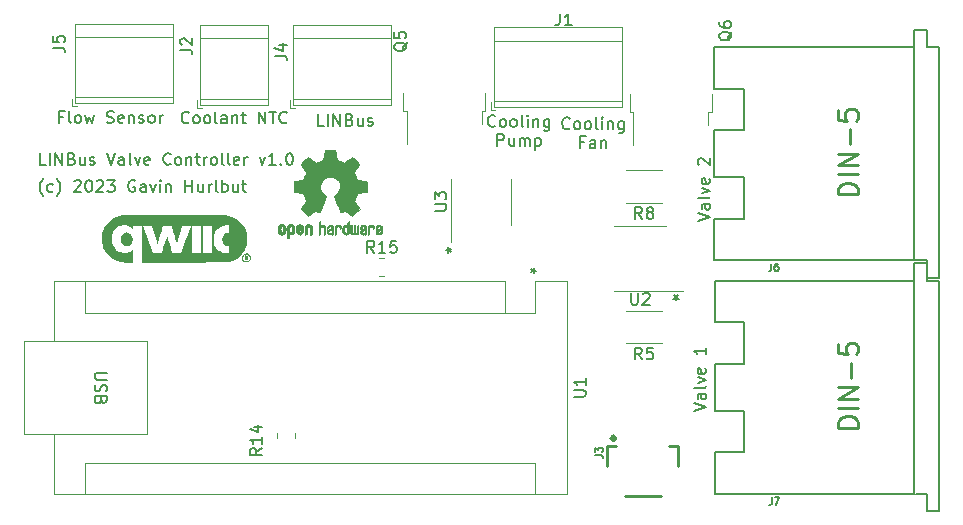
<source format=gbr>
%TF.GenerationSoftware,KiCad,Pcbnew,6.0.11-2627ca5db0~126~ubuntu22.04.1*%
%TF.CreationDate,2023-02-15T01:04:20-05:00*%
%TF.ProjectId,lin-valve-control,6c696e2d-7661-46c7-9665-2d636f6e7472,1.0*%
%TF.SameCoordinates,Original*%
%TF.FileFunction,Legend,Top*%
%TF.FilePolarity,Positive*%
%FSLAX46Y46*%
G04 Gerber Fmt 4.6, Leading zero omitted, Abs format (unit mm)*
G04 Created by KiCad (PCBNEW 6.0.11-2627ca5db0~126~ubuntu22.04.1) date 2023-02-15 01:04:20*
%MOMM*%
%LPD*%
G01*
G04 APERTURE LIST*
%ADD10C,0.150000*%
%ADD11C,0.127000*%
%ADD12C,0.254000*%
%ADD13C,0.120000*%
%ADD14C,0.203200*%
%ADD15C,0.398780*%
%ADD16C,0.010000*%
G04 APERTURE END LIST*
D10*
X192700000Y-68252142D02*
X192652380Y-68299761D01*
X192509523Y-68347380D01*
X192414285Y-68347380D01*
X192271428Y-68299761D01*
X192176190Y-68204523D01*
X192128571Y-68109285D01*
X192080952Y-67918809D01*
X192080952Y-67775952D01*
X192128571Y-67585476D01*
X192176190Y-67490238D01*
X192271428Y-67395000D01*
X192414285Y-67347380D01*
X192509523Y-67347380D01*
X192652380Y-67395000D01*
X192700000Y-67442619D01*
X193271428Y-68347380D02*
X193176190Y-68299761D01*
X193128571Y-68252142D01*
X193080952Y-68156904D01*
X193080952Y-67871190D01*
X193128571Y-67775952D01*
X193176190Y-67728333D01*
X193271428Y-67680714D01*
X193414285Y-67680714D01*
X193509523Y-67728333D01*
X193557142Y-67775952D01*
X193604761Y-67871190D01*
X193604761Y-68156904D01*
X193557142Y-68252142D01*
X193509523Y-68299761D01*
X193414285Y-68347380D01*
X193271428Y-68347380D01*
X194176190Y-68347380D02*
X194080952Y-68299761D01*
X194033333Y-68252142D01*
X193985714Y-68156904D01*
X193985714Y-67871190D01*
X194033333Y-67775952D01*
X194080952Y-67728333D01*
X194176190Y-67680714D01*
X194319047Y-67680714D01*
X194414285Y-67728333D01*
X194461904Y-67775952D01*
X194509523Y-67871190D01*
X194509523Y-68156904D01*
X194461904Y-68252142D01*
X194414285Y-68299761D01*
X194319047Y-68347380D01*
X194176190Y-68347380D01*
X195080952Y-68347380D02*
X194985714Y-68299761D01*
X194938095Y-68204523D01*
X194938095Y-67347380D01*
X195461904Y-68347380D02*
X195461904Y-67680714D01*
X195461904Y-67347380D02*
X195414285Y-67395000D01*
X195461904Y-67442619D01*
X195509523Y-67395000D01*
X195461904Y-67347380D01*
X195461904Y-67442619D01*
X195938095Y-67680714D02*
X195938095Y-68347380D01*
X195938095Y-67775952D02*
X195985714Y-67728333D01*
X196080952Y-67680714D01*
X196223809Y-67680714D01*
X196319047Y-67728333D01*
X196366666Y-67823571D01*
X196366666Y-68347380D01*
X197271428Y-67680714D02*
X197271428Y-68490238D01*
X197223809Y-68585476D01*
X197176190Y-68633095D01*
X197080952Y-68680714D01*
X196938095Y-68680714D01*
X196842857Y-68633095D01*
X197271428Y-68299761D02*
X197176190Y-68347380D01*
X196985714Y-68347380D01*
X196890476Y-68299761D01*
X196842857Y-68252142D01*
X196795238Y-68156904D01*
X196795238Y-67871190D01*
X196842857Y-67775952D01*
X196890476Y-67728333D01*
X196985714Y-67680714D01*
X197176190Y-67680714D01*
X197271428Y-67728333D01*
X192866666Y-69957380D02*
X192866666Y-68957380D01*
X193247619Y-68957380D01*
X193342857Y-69005000D01*
X193390476Y-69052619D01*
X193438095Y-69147857D01*
X193438095Y-69290714D01*
X193390476Y-69385952D01*
X193342857Y-69433571D01*
X193247619Y-69481190D01*
X192866666Y-69481190D01*
X194295238Y-69290714D02*
X194295238Y-69957380D01*
X193866666Y-69290714D02*
X193866666Y-69814523D01*
X193914285Y-69909761D01*
X194009523Y-69957380D01*
X194152380Y-69957380D01*
X194247619Y-69909761D01*
X194295238Y-69862142D01*
X194771428Y-69957380D02*
X194771428Y-69290714D01*
X194771428Y-69385952D02*
X194819047Y-69338333D01*
X194914285Y-69290714D01*
X195057142Y-69290714D01*
X195152380Y-69338333D01*
X195200000Y-69433571D01*
X195200000Y-69957380D01*
X195200000Y-69433571D02*
X195247619Y-69338333D01*
X195342857Y-69290714D01*
X195485714Y-69290714D01*
X195580952Y-69338333D01*
X195628571Y-69433571D01*
X195628571Y-69957380D01*
X196104761Y-69290714D02*
X196104761Y-70290714D01*
X196104761Y-69338333D02*
X196200000Y-69290714D01*
X196390476Y-69290714D01*
X196485714Y-69338333D01*
X196533333Y-69385952D01*
X196580952Y-69481190D01*
X196580952Y-69766904D01*
X196533333Y-69862142D01*
X196485714Y-69909761D01*
X196390476Y-69957380D01*
X196200000Y-69957380D01*
X196104761Y-69909761D01*
X154655523Y-71572380D02*
X154179333Y-71572380D01*
X154179333Y-70572380D01*
X154988857Y-71572380D02*
X154988857Y-70572380D01*
X155465047Y-71572380D02*
X155465047Y-70572380D01*
X156036476Y-71572380D01*
X156036476Y-70572380D01*
X156846000Y-71048571D02*
X156988857Y-71096190D01*
X157036476Y-71143809D01*
X157084095Y-71239047D01*
X157084095Y-71381904D01*
X157036476Y-71477142D01*
X156988857Y-71524761D01*
X156893619Y-71572380D01*
X156512666Y-71572380D01*
X156512666Y-70572380D01*
X156846000Y-70572380D01*
X156941238Y-70620000D01*
X156988857Y-70667619D01*
X157036476Y-70762857D01*
X157036476Y-70858095D01*
X156988857Y-70953333D01*
X156941238Y-71000952D01*
X156846000Y-71048571D01*
X156512666Y-71048571D01*
X157941238Y-70905714D02*
X157941238Y-71572380D01*
X157512666Y-70905714D02*
X157512666Y-71429523D01*
X157560285Y-71524761D01*
X157655523Y-71572380D01*
X157798380Y-71572380D01*
X157893619Y-71524761D01*
X157941238Y-71477142D01*
X158369809Y-71524761D02*
X158465047Y-71572380D01*
X158655523Y-71572380D01*
X158750761Y-71524761D01*
X158798380Y-71429523D01*
X158798380Y-71381904D01*
X158750761Y-71286666D01*
X158655523Y-71239047D01*
X158512666Y-71239047D01*
X158417428Y-71191428D01*
X158369809Y-71096190D01*
X158369809Y-71048571D01*
X158417428Y-70953333D01*
X158512666Y-70905714D01*
X158655523Y-70905714D01*
X158750761Y-70953333D01*
X159846000Y-70572380D02*
X160179333Y-71572380D01*
X160512666Y-70572380D01*
X161274571Y-71572380D02*
X161274571Y-71048571D01*
X161226952Y-70953333D01*
X161131714Y-70905714D01*
X160941238Y-70905714D01*
X160846000Y-70953333D01*
X161274571Y-71524761D02*
X161179333Y-71572380D01*
X160941238Y-71572380D01*
X160846000Y-71524761D01*
X160798380Y-71429523D01*
X160798380Y-71334285D01*
X160846000Y-71239047D01*
X160941238Y-71191428D01*
X161179333Y-71191428D01*
X161274571Y-71143809D01*
X161893619Y-71572380D02*
X161798380Y-71524761D01*
X161750761Y-71429523D01*
X161750761Y-70572380D01*
X162179333Y-70905714D02*
X162417428Y-71572380D01*
X162655523Y-70905714D01*
X163417428Y-71524761D02*
X163322190Y-71572380D01*
X163131714Y-71572380D01*
X163036476Y-71524761D01*
X162988857Y-71429523D01*
X162988857Y-71048571D01*
X163036476Y-70953333D01*
X163131714Y-70905714D01*
X163322190Y-70905714D01*
X163417428Y-70953333D01*
X163465047Y-71048571D01*
X163465047Y-71143809D01*
X162988857Y-71239047D01*
X165226952Y-71477142D02*
X165179333Y-71524761D01*
X165036476Y-71572380D01*
X164941238Y-71572380D01*
X164798380Y-71524761D01*
X164703142Y-71429523D01*
X164655523Y-71334285D01*
X164607904Y-71143809D01*
X164607904Y-71000952D01*
X164655523Y-70810476D01*
X164703142Y-70715238D01*
X164798380Y-70620000D01*
X164941238Y-70572380D01*
X165036476Y-70572380D01*
X165179333Y-70620000D01*
X165226952Y-70667619D01*
X165798380Y-71572380D02*
X165703142Y-71524761D01*
X165655523Y-71477142D01*
X165607904Y-71381904D01*
X165607904Y-71096190D01*
X165655523Y-71000952D01*
X165703142Y-70953333D01*
X165798380Y-70905714D01*
X165941238Y-70905714D01*
X166036476Y-70953333D01*
X166084095Y-71000952D01*
X166131714Y-71096190D01*
X166131714Y-71381904D01*
X166084095Y-71477142D01*
X166036476Y-71524761D01*
X165941238Y-71572380D01*
X165798380Y-71572380D01*
X166560285Y-70905714D02*
X166560285Y-71572380D01*
X166560285Y-71000952D02*
X166607904Y-70953333D01*
X166703142Y-70905714D01*
X166846000Y-70905714D01*
X166941238Y-70953333D01*
X166988857Y-71048571D01*
X166988857Y-71572380D01*
X167322190Y-70905714D02*
X167703142Y-70905714D01*
X167465047Y-70572380D02*
X167465047Y-71429523D01*
X167512666Y-71524761D01*
X167607904Y-71572380D01*
X167703142Y-71572380D01*
X168036476Y-71572380D02*
X168036476Y-70905714D01*
X168036476Y-71096190D02*
X168084095Y-71000952D01*
X168131714Y-70953333D01*
X168226952Y-70905714D01*
X168322190Y-70905714D01*
X168798380Y-71572380D02*
X168703142Y-71524761D01*
X168655523Y-71477142D01*
X168607904Y-71381904D01*
X168607904Y-71096190D01*
X168655523Y-71000952D01*
X168703142Y-70953333D01*
X168798380Y-70905714D01*
X168941238Y-70905714D01*
X169036476Y-70953333D01*
X169084095Y-71000952D01*
X169131714Y-71096190D01*
X169131714Y-71381904D01*
X169084095Y-71477142D01*
X169036476Y-71524761D01*
X168941238Y-71572380D01*
X168798380Y-71572380D01*
X169703142Y-71572380D02*
X169607904Y-71524761D01*
X169560285Y-71429523D01*
X169560285Y-70572380D01*
X170226952Y-71572380D02*
X170131714Y-71524761D01*
X170084095Y-71429523D01*
X170084095Y-70572380D01*
X170988857Y-71524761D02*
X170893619Y-71572380D01*
X170703142Y-71572380D01*
X170607904Y-71524761D01*
X170560285Y-71429523D01*
X170560285Y-71048571D01*
X170607904Y-70953333D01*
X170703142Y-70905714D01*
X170893619Y-70905714D01*
X170988857Y-70953333D01*
X171036476Y-71048571D01*
X171036476Y-71143809D01*
X170560285Y-71239047D01*
X171465047Y-71572380D02*
X171465047Y-70905714D01*
X171465047Y-71096190D02*
X171512666Y-71000952D01*
X171560285Y-70953333D01*
X171655523Y-70905714D01*
X171750761Y-70905714D01*
X172750761Y-70905714D02*
X172988857Y-71572380D01*
X173226952Y-70905714D01*
X174131714Y-71572380D02*
X173560285Y-71572380D01*
X173846000Y-71572380D02*
X173846000Y-70572380D01*
X173750761Y-70715238D01*
X173655523Y-70810476D01*
X173560285Y-70858095D01*
X174560285Y-71477142D02*
X174607904Y-71524761D01*
X174560285Y-71572380D01*
X174512666Y-71524761D01*
X174560285Y-71477142D01*
X174560285Y-71572380D01*
X175226952Y-70572380D02*
X175322190Y-70572380D01*
X175417428Y-70620000D01*
X175465047Y-70667619D01*
X175512666Y-70762857D01*
X175560285Y-70953333D01*
X175560285Y-71191428D01*
X175512666Y-71381904D01*
X175465047Y-71477142D01*
X175417428Y-71524761D01*
X175322190Y-71572380D01*
X175226952Y-71572380D01*
X175131714Y-71524761D01*
X175084095Y-71477142D01*
X175036476Y-71381904D01*
X174988857Y-71191428D01*
X174988857Y-70953333D01*
X175036476Y-70762857D01*
X175084095Y-70667619D01*
X175131714Y-70620000D01*
X175226952Y-70572380D01*
X178190476Y-68252380D02*
X177714285Y-68252380D01*
X177714285Y-67252380D01*
X178523809Y-68252380D02*
X178523809Y-67252380D01*
X179000000Y-68252380D02*
X179000000Y-67252380D01*
X179571428Y-68252380D01*
X179571428Y-67252380D01*
X180380952Y-67728571D02*
X180523809Y-67776190D01*
X180571428Y-67823809D01*
X180619047Y-67919047D01*
X180619047Y-68061904D01*
X180571428Y-68157142D01*
X180523809Y-68204761D01*
X180428571Y-68252380D01*
X180047619Y-68252380D01*
X180047619Y-67252380D01*
X180380952Y-67252380D01*
X180476190Y-67300000D01*
X180523809Y-67347619D01*
X180571428Y-67442857D01*
X180571428Y-67538095D01*
X180523809Y-67633333D01*
X180476190Y-67680952D01*
X180380952Y-67728571D01*
X180047619Y-67728571D01*
X181476190Y-67585714D02*
X181476190Y-68252380D01*
X181047619Y-67585714D02*
X181047619Y-68109523D01*
X181095238Y-68204761D01*
X181190476Y-68252380D01*
X181333333Y-68252380D01*
X181428571Y-68204761D01*
X181476190Y-68157142D01*
X181904761Y-68204761D02*
X182000000Y-68252380D01*
X182190476Y-68252380D01*
X182285714Y-68204761D01*
X182333333Y-68109523D01*
X182333333Y-68061904D01*
X182285714Y-67966666D01*
X182190476Y-67919047D01*
X182047619Y-67919047D01*
X181952380Y-67871428D01*
X181904761Y-67776190D01*
X181904761Y-67728571D01*
X181952380Y-67633333D01*
X182047619Y-67585714D01*
X182190476Y-67585714D01*
X182285714Y-67633333D01*
X209510380Y-92376285D02*
X210510380Y-92042952D01*
X209510380Y-91709619D01*
X210510380Y-90947714D02*
X209986571Y-90947714D01*
X209891333Y-90995333D01*
X209843714Y-91090571D01*
X209843714Y-91281047D01*
X209891333Y-91376285D01*
X210462761Y-90947714D02*
X210510380Y-91042952D01*
X210510380Y-91281047D01*
X210462761Y-91376285D01*
X210367523Y-91423904D01*
X210272285Y-91423904D01*
X210177047Y-91376285D01*
X210129428Y-91281047D01*
X210129428Y-91042952D01*
X210081809Y-90947714D01*
X210510380Y-90328666D02*
X210462761Y-90423904D01*
X210367523Y-90471523D01*
X209510380Y-90471523D01*
X209843714Y-90042952D02*
X210510380Y-89804857D01*
X209843714Y-89566761D01*
X210462761Y-88804857D02*
X210510380Y-88900095D01*
X210510380Y-89090571D01*
X210462761Y-89185809D01*
X210367523Y-89233428D01*
X209986571Y-89233428D01*
X209891333Y-89185809D01*
X209843714Y-89090571D01*
X209843714Y-88900095D01*
X209891333Y-88804857D01*
X209986571Y-88757238D01*
X210081809Y-88757238D01*
X210177047Y-89233428D01*
X210510380Y-87042952D02*
X210510380Y-87614380D01*
X210510380Y-87328666D02*
X209510380Y-87328666D01*
X209653238Y-87423904D01*
X209748476Y-87519142D01*
X209796095Y-87614380D01*
X209852380Y-76314285D02*
X210852380Y-75980952D01*
X209852380Y-75647619D01*
X210852380Y-74885714D02*
X210328571Y-74885714D01*
X210233333Y-74933333D01*
X210185714Y-75028571D01*
X210185714Y-75219047D01*
X210233333Y-75314285D01*
X210804761Y-74885714D02*
X210852380Y-74980952D01*
X210852380Y-75219047D01*
X210804761Y-75314285D01*
X210709523Y-75361904D01*
X210614285Y-75361904D01*
X210519047Y-75314285D01*
X210471428Y-75219047D01*
X210471428Y-74980952D01*
X210423809Y-74885714D01*
X210852380Y-74266666D02*
X210804761Y-74361904D01*
X210709523Y-74409523D01*
X209852380Y-74409523D01*
X210185714Y-73980952D02*
X210852380Y-73742857D01*
X210185714Y-73504761D01*
X210804761Y-72742857D02*
X210852380Y-72838095D01*
X210852380Y-73028571D01*
X210804761Y-73123809D01*
X210709523Y-73171428D01*
X210328571Y-73171428D01*
X210233333Y-73123809D01*
X210185714Y-73028571D01*
X210185714Y-72838095D01*
X210233333Y-72742857D01*
X210328571Y-72695238D01*
X210423809Y-72695238D01*
X210519047Y-73171428D01*
X209947619Y-71552380D02*
X209900000Y-71504761D01*
X209852380Y-71409523D01*
X209852380Y-71171428D01*
X209900000Y-71076190D01*
X209947619Y-71028571D01*
X210042857Y-70980952D01*
X210138095Y-70980952D01*
X210280952Y-71028571D01*
X210852380Y-71600000D01*
X210852380Y-70980952D01*
X166766666Y-67957142D02*
X166719047Y-68004761D01*
X166576190Y-68052380D01*
X166480952Y-68052380D01*
X166338095Y-68004761D01*
X166242857Y-67909523D01*
X166195238Y-67814285D01*
X166147619Y-67623809D01*
X166147619Y-67480952D01*
X166195238Y-67290476D01*
X166242857Y-67195238D01*
X166338095Y-67100000D01*
X166480952Y-67052380D01*
X166576190Y-67052380D01*
X166719047Y-67100000D01*
X166766666Y-67147619D01*
X167338095Y-68052380D02*
X167242857Y-68004761D01*
X167195238Y-67957142D01*
X167147619Y-67861904D01*
X167147619Y-67576190D01*
X167195238Y-67480952D01*
X167242857Y-67433333D01*
X167338095Y-67385714D01*
X167480952Y-67385714D01*
X167576190Y-67433333D01*
X167623809Y-67480952D01*
X167671428Y-67576190D01*
X167671428Y-67861904D01*
X167623809Y-67957142D01*
X167576190Y-68004761D01*
X167480952Y-68052380D01*
X167338095Y-68052380D01*
X168242857Y-68052380D02*
X168147619Y-68004761D01*
X168100000Y-67957142D01*
X168052380Y-67861904D01*
X168052380Y-67576190D01*
X168100000Y-67480952D01*
X168147619Y-67433333D01*
X168242857Y-67385714D01*
X168385714Y-67385714D01*
X168480952Y-67433333D01*
X168528571Y-67480952D01*
X168576190Y-67576190D01*
X168576190Y-67861904D01*
X168528571Y-67957142D01*
X168480952Y-68004761D01*
X168385714Y-68052380D01*
X168242857Y-68052380D01*
X169147619Y-68052380D02*
X169052380Y-68004761D01*
X169004761Y-67909523D01*
X169004761Y-67052380D01*
X169957142Y-68052380D02*
X169957142Y-67528571D01*
X169909523Y-67433333D01*
X169814285Y-67385714D01*
X169623809Y-67385714D01*
X169528571Y-67433333D01*
X169957142Y-68004761D02*
X169861904Y-68052380D01*
X169623809Y-68052380D01*
X169528571Y-68004761D01*
X169480952Y-67909523D01*
X169480952Y-67814285D01*
X169528571Y-67719047D01*
X169623809Y-67671428D01*
X169861904Y-67671428D01*
X169957142Y-67623809D01*
X170433333Y-67385714D02*
X170433333Y-68052380D01*
X170433333Y-67480952D02*
X170480952Y-67433333D01*
X170576190Y-67385714D01*
X170719047Y-67385714D01*
X170814285Y-67433333D01*
X170861904Y-67528571D01*
X170861904Y-68052380D01*
X171195238Y-67385714D02*
X171576190Y-67385714D01*
X171338095Y-67052380D02*
X171338095Y-67909523D01*
X171385714Y-68004761D01*
X171480952Y-68052380D01*
X171576190Y-68052380D01*
X172671428Y-68052380D02*
X172671428Y-67052380D01*
X173242857Y-68052380D01*
X173242857Y-67052380D01*
X173576190Y-67052380D02*
X174147619Y-67052380D01*
X173861904Y-68052380D02*
X173861904Y-67052380D01*
X175052380Y-67957142D02*
X175004761Y-68004761D01*
X174861904Y-68052380D01*
X174766666Y-68052380D01*
X174623809Y-68004761D01*
X174528571Y-67909523D01*
X174480952Y-67814285D01*
X174433333Y-67623809D01*
X174433333Y-67480952D01*
X174480952Y-67290476D01*
X174528571Y-67195238D01*
X174623809Y-67100000D01*
X174766666Y-67052380D01*
X174861904Y-67052380D01*
X175004761Y-67100000D01*
X175052380Y-67147619D01*
X154433047Y-74239333D02*
X154385428Y-74191714D01*
X154290190Y-74048857D01*
X154242571Y-73953619D01*
X154194952Y-73810761D01*
X154147333Y-73572666D01*
X154147333Y-73382190D01*
X154194952Y-73144095D01*
X154242571Y-73001238D01*
X154290190Y-72906000D01*
X154385428Y-72763142D01*
X154433047Y-72715523D01*
X155242571Y-73810761D02*
X155147333Y-73858380D01*
X154956857Y-73858380D01*
X154861619Y-73810761D01*
X154814000Y-73763142D01*
X154766380Y-73667904D01*
X154766380Y-73382190D01*
X154814000Y-73286952D01*
X154861619Y-73239333D01*
X154956857Y-73191714D01*
X155147333Y-73191714D01*
X155242571Y-73239333D01*
X155575904Y-74239333D02*
X155623523Y-74191714D01*
X155718761Y-74048857D01*
X155766380Y-73953619D01*
X155814000Y-73810761D01*
X155861619Y-73572666D01*
X155861619Y-73382190D01*
X155814000Y-73144095D01*
X155766380Y-73001238D01*
X155718761Y-72906000D01*
X155623523Y-72763142D01*
X155575904Y-72715523D01*
X157052095Y-72953619D02*
X157099714Y-72906000D01*
X157194952Y-72858380D01*
X157433047Y-72858380D01*
X157528285Y-72906000D01*
X157575904Y-72953619D01*
X157623523Y-73048857D01*
X157623523Y-73144095D01*
X157575904Y-73286952D01*
X157004476Y-73858380D01*
X157623523Y-73858380D01*
X158242571Y-72858380D02*
X158337809Y-72858380D01*
X158433047Y-72906000D01*
X158480666Y-72953619D01*
X158528285Y-73048857D01*
X158575904Y-73239333D01*
X158575904Y-73477428D01*
X158528285Y-73667904D01*
X158480666Y-73763142D01*
X158433047Y-73810761D01*
X158337809Y-73858380D01*
X158242571Y-73858380D01*
X158147333Y-73810761D01*
X158099714Y-73763142D01*
X158052095Y-73667904D01*
X158004476Y-73477428D01*
X158004476Y-73239333D01*
X158052095Y-73048857D01*
X158099714Y-72953619D01*
X158147333Y-72906000D01*
X158242571Y-72858380D01*
X158956857Y-72953619D02*
X159004476Y-72906000D01*
X159099714Y-72858380D01*
X159337809Y-72858380D01*
X159433047Y-72906000D01*
X159480666Y-72953619D01*
X159528285Y-73048857D01*
X159528285Y-73144095D01*
X159480666Y-73286952D01*
X158909238Y-73858380D01*
X159528285Y-73858380D01*
X159861619Y-72858380D02*
X160480666Y-72858380D01*
X160147333Y-73239333D01*
X160290190Y-73239333D01*
X160385428Y-73286952D01*
X160433047Y-73334571D01*
X160480666Y-73429809D01*
X160480666Y-73667904D01*
X160433047Y-73763142D01*
X160385428Y-73810761D01*
X160290190Y-73858380D01*
X160004476Y-73858380D01*
X159909238Y-73810761D01*
X159861619Y-73763142D01*
X162194952Y-72906000D02*
X162099714Y-72858380D01*
X161956857Y-72858380D01*
X161814000Y-72906000D01*
X161718761Y-73001238D01*
X161671142Y-73096476D01*
X161623523Y-73286952D01*
X161623523Y-73429809D01*
X161671142Y-73620285D01*
X161718761Y-73715523D01*
X161814000Y-73810761D01*
X161956857Y-73858380D01*
X162052095Y-73858380D01*
X162194952Y-73810761D01*
X162242571Y-73763142D01*
X162242571Y-73429809D01*
X162052095Y-73429809D01*
X163099714Y-73858380D02*
X163099714Y-73334571D01*
X163052095Y-73239333D01*
X162956857Y-73191714D01*
X162766380Y-73191714D01*
X162671142Y-73239333D01*
X163099714Y-73810761D02*
X163004476Y-73858380D01*
X162766380Y-73858380D01*
X162671142Y-73810761D01*
X162623523Y-73715523D01*
X162623523Y-73620285D01*
X162671142Y-73525047D01*
X162766380Y-73477428D01*
X163004476Y-73477428D01*
X163099714Y-73429809D01*
X163480666Y-73191714D02*
X163718761Y-73858380D01*
X163956857Y-73191714D01*
X164337809Y-73858380D02*
X164337809Y-73191714D01*
X164337809Y-72858380D02*
X164290190Y-72906000D01*
X164337809Y-72953619D01*
X164385428Y-72906000D01*
X164337809Y-72858380D01*
X164337809Y-72953619D01*
X164814000Y-73191714D02*
X164814000Y-73858380D01*
X164814000Y-73286952D02*
X164861619Y-73239333D01*
X164956857Y-73191714D01*
X165099714Y-73191714D01*
X165194952Y-73239333D01*
X165242571Y-73334571D01*
X165242571Y-73858380D01*
X166480666Y-73858380D02*
X166480666Y-72858380D01*
X166480666Y-73334571D02*
X167052095Y-73334571D01*
X167052095Y-73858380D02*
X167052095Y-72858380D01*
X167956857Y-73191714D02*
X167956857Y-73858380D01*
X167528285Y-73191714D02*
X167528285Y-73715523D01*
X167575904Y-73810761D01*
X167671142Y-73858380D01*
X167814000Y-73858380D01*
X167909238Y-73810761D01*
X167956857Y-73763142D01*
X168433047Y-73858380D02*
X168433047Y-73191714D01*
X168433047Y-73382190D02*
X168480666Y-73286952D01*
X168528285Y-73239333D01*
X168623523Y-73191714D01*
X168718761Y-73191714D01*
X169194952Y-73858380D02*
X169099714Y-73810761D01*
X169052095Y-73715523D01*
X169052095Y-72858380D01*
X169575904Y-73858380D02*
X169575904Y-72858380D01*
X169575904Y-73239333D02*
X169671142Y-73191714D01*
X169861619Y-73191714D01*
X169956857Y-73239333D01*
X170004476Y-73286952D01*
X170052095Y-73382190D01*
X170052095Y-73667904D01*
X170004476Y-73763142D01*
X169956857Y-73810761D01*
X169861619Y-73858380D01*
X169671142Y-73858380D01*
X169575904Y-73810761D01*
X170909238Y-73191714D02*
X170909238Y-73858380D01*
X170480666Y-73191714D02*
X170480666Y-73715523D01*
X170528285Y-73810761D01*
X170623523Y-73858380D01*
X170766380Y-73858380D01*
X170861619Y-73810761D01*
X170909238Y-73763142D01*
X171242571Y-73191714D02*
X171623523Y-73191714D01*
X171385428Y-72858380D02*
X171385428Y-73715523D01*
X171433047Y-73810761D01*
X171528285Y-73858380D01*
X171623523Y-73858380D01*
X199000000Y-68452142D02*
X198952380Y-68499761D01*
X198809523Y-68547380D01*
X198714285Y-68547380D01*
X198571428Y-68499761D01*
X198476190Y-68404523D01*
X198428571Y-68309285D01*
X198380952Y-68118809D01*
X198380952Y-67975952D01*
X198428571Y-67785476D01*
X198476190Y-67690238D01*
X198571428Y-67595000D01*
X198714285Y-67547380D01*
X198809523Y-67547380D01*
X198952380Y-67595000D01*
X199000000Y-67642619D01*
X199571428Y-68547380D02*
X199476190Y-68499761D01*
X199428571Y-68452142D01*
X199380952Y-68356904D01*
X199380952Y-68071190D01*
X199428571Y-67975952D01*
X199476190Y-67928333D01*
X199571428Y-67880714D01*
X199714285Y-67880714D01*
X199809523Y-67928333D01*
X199857142Y-67975952D01*
X199904761Y-68071190D01*
X199904761Y-68356904D01*
X199857142Y-68452142D01*
X199809523Y-68499761D01*
X199714285Y-68547380D01*
X199571428Y-68547380D01*
X200476190Y-68547380D02*
X200380952Y-68499761D01*
X200333333Y-68452142D01*
X200285714Y-68356904D01*
X200285714Y-68071190D01*
X200333333Y-67975952D01*
X200380952Y-67928333D01*
X200476190Y-67880714D01*
X200619047Y-67880714D01*
X200714285Y-67928333D01*
X200761904Y-67975952D01*
X200809523Y-68071190D01*
X200809523Y-68356904D01*
X200761904Y-68452142D01*
X200714285Y-68499761D01*
X200619047Y-68547380D01*
X200476190Y-68547380D01*
X201380952Y-68547380D02*
X201285714Y-68499761D01*
X201238095Y-68404523D01*
X201238095Y-67547380D01*
X201761904Y-68547380D02*
X201761904Y-67880714D01*
X201761904Y-67547380D02*
X201714285Y-67595000D01*
X201761904Y-67642619D01*
X201809523Y-67595000D01*
X201761904Y-67547380D01*
X201761904Y-67642619D01*
X202238095Y-67880714D02*
X202238095Y-68547380D01*
X202238095Y-67975952D02*
X202285714Y-67928333D01*
X202380952Y-67880714D01*
X202523809Y-67880714D01*
X202619047Y-67928333D01*
X202666666Y-68023571D01*
X202666666Y-68547380D01*
X203571428Y-67880714D02*
X203571428Y-68690238D01*
X203523809Y-68785476D01*
X203476190Y-68833095D01*
X203380952Y-68880714D01*
X203238095Y-68880714D01*
X203142857Y-68833095D01*
X203571428Y-68499761D02*
X203476190Y-68547380D01*
X203285714Y-68547380D01*
X203190476Y-68499761D01*
X203142857Y-68452142D01*
X203095238Y-68356904D01*
X203095238Y-68071190D01*
X203142857Y-67975952D01*
X203190476Y-67928333D01*
X203285714Y-67880714D01*
X203476190Y-67880714D01*
X203571428Y-67928333D01*
X200238095Y-69633571D02*
X199904761Y-69633571D01*
X199904761Y-70157380D02*
X199904761Y-69157380D01*
X200380952Y-69157380D01*
X201190476Y-70157380D02*
X201190476Y-69633571D01*
X201142857Y-69538333D01*
X201047619Y-69490714D01*
X200857142Y-69490714D01*
X200761904Y-69538333D01*
X201190476Y-70109761D02*
X201095238Y-70157380D01*
X200857142Y-70157380D01*
X200761904Y-70109761D01*
X200714285Y-70014523D01*
X200714285Y-69919285D01*
X200761904Y-69824047D01*
X200857142Y-69776428D01*
X201095238Y-69776428D01*
X201190476Y-69728809D01*
X201666666Y-69490714D02*
X201666666Y-70157380D01*
X201666666Y-69585952D02*
X201714285Y-69538333D01*
X201809523Y-69490714D01*
X201952380Y-69490714D01*
X202047619Y-69538333D01*
X202095238Y-69633571D01*
X202095238Y-70157380D01*
X156100000Y-67492571D02*
X155766666Y-67492571D01*
X155766666Y-68016380D02*
X155766666Y-67016380D01*
X156242857Y-67016380D01*
X156766666Y-68016380D02*
X156671428Y-67968761D01*
X156623809Y-67873523D01*
X156623809Y-67016380D01*
X157290476Y-68016380D02*
X157195238Y-67968761D01*
X157147619Y-67921142D01*
X157100000Y-67825904D01*
X157100000Y-67540190D01*
X157147619Y-67444952D01*
X157195238Y-67397333D01*
X157290476Y-67349714D01*
X157433333Y-67349714D01*
X157528571Y-67397333D01*
X157576190Y-67444952D01*
X157623809Y-67540190D01*
X157623809Y-67825904D01*
X157576190Y-67921142D01*
X157528571Y-67968761D01*
X157433333Y-68016380D01*
X157290476Y-68016380D01*
X157957142Y-67349714D02*
X158147619Y-68016380D01*
X158338095Y-67540190D01*
X158528571Y-68016380D01*
X158719047Y-67349714D01*
X159814285Y-67968761D02*
X159957142Y-68016380D01*
X160195238Y-68016380D01*
X160290476Y-67968761D01*
X160338095Y-67921142D01*
X160385714Y-67825904D01*
X160385714Y-67730666D01*
X160338095Y-67635428D01*
X160290476Y-67587809D01*
X160195238Y-67540190D01*
X160004761Y-67492571D01*
X159909523Y-67444952D01*
X159861904Y-67397333D01*
X159814285Y-67302095D01*
X159814285Y-67206857D01*
X159861904Y-67111619D01*
X159909523Y-67064000D01*
X160004761Y-67016380D01*
X160242857Y-67016380D01*
X160385714Y-67064000D01*
X161195238Y-67968761D02*
X161100000Y-68016380D01*
X160909523Y-68016380D01*
X160814285Y-67968761D01*
X160766666Y-67873523D01*
X160766666Y-67492571D01*
X160814285Y-67397333D01*
X160909523Y-67349714D01*
X161100000Y-67349714D01*
X161195238Y-67397333D01*
X161242857Y-67492571D01*
X161242857Y-67587809D01*
X160766666Y-67683047D01*
X161671428Y-67349714D02*
X161671428Y-68016380D01*
X161671428Y-67444952D02*
X161719047Y-67397333D01*
X161814285Y-67349714D01*
X161957142Y-67349714D01*
X162052380Y-67397333D01*
X162100000Y-67492571D01*
X162100000Y-68016380D01*
X162528571Y-67968761D02*
X162623809Y-68016380D01*
X162814285Y-68016380D01*
X162909523Y-67968761D01*
X162957142Y-67873523D01*
X162957142Y-67825904D01*
X162909523Y-67730666D01*
X162814285Y-67683047D01*
X162671428Y-67683047D01*
X162576190Y-67635428D01*
X162528571Y-67540190D01*
X162528571Y-67492571D01*
X162576190Y-67397333D01*
X162671428Y-67349714D01*
X162814285Y-67349714D01*
X162909523Y-67397333D01*
X163528571Y-68016380D02*
X163433333Y-67968761D01*
X163385714Y-67921142D01*
X163338095Y-67825904D01*
X163338095Y-67540190D01*
X163385714Y-67444952D01*
X163433333Y-67397333D01*
X163528571Y-67349714D01*
X163671428Y-67349714D01*
X163766666Y-67397333D01*
X163814285Y-67444952D01*
X163861904Y-67540190D01*
X163861904Y-67825904D01*
X163814285Y-67921142D01*
X163766666Y-67968761D01*
X163671428Y-68016380D01*
X163528571Y-68016380D01*
X164290476Y-68016380D02*
X164290476Y-67349714D01*
X164290476Y-67540190D02*
X164338095Y-67444952D01*
X164385714Y-67397333D01*
X164480952Y-67349714D01*
X164576190Y-67349714D01*
%TO.C,R15*%
X182457142Y-79002380D02*
X182123809Y-78526190D01*
X181885714Y-79002380D02*
X181885714Y-78002380D01*
X182266666Y-78002380D01*
X182361904Y-78050000D01*
X182409523Y-78097619D01*
X182457142Y-78192857D01*
X182457142Y-78335714D01*
X182409523Y-78430952D01*
X182361904Y-78478571D01*
X182266666Y-78526190D01*
X181885714Y-78526190D01*
X183409523Y-79002380D02*
X182838095Y-79002380D01*
X183123809Y-79002380D02*
X183123809Y-78002380D01*
X183028571Y-78145238D01*
X182933333Y-78240476D01*
X182838095Y-78288095D01*
X184314285Y-78002380D02*
X183838095Y-78002380D01*
X183790476Y-78478571D01*
X183838095Y-78430952D01*
X183933333Y-78383333D01*
X184171428Y-78383333D01*
X184266666Y-78430952D01*
X184314285Y-78478571D01*
X184361904Y-78573809D01*
X184361904Y-78811904D01*
X184314285Y-78907142D01*
X184266666Y-78954761D01*
X184171428Y-79002380D01*
X183933333Y-79002380D01*
X183838095Y-78954761D01*
X183790476Y-78907142D01*
%TO.C,R14*%
X172952380Y-95542857D02*
X172476190Y-95876190D01*
X172952380Y-96114285D02*
X171952380Y-96114285D01*
X171952380Y-95733333D01*
X172000000Y-95638095D01*
X172047619Y-95590476D01*
X172142857Y-95542857D01*
X172285714Y-95542857D01*
X172380952Y-95590476D01*
X172428571Y-95638095D01*
X172476190Y-95733333D01*
X172476190Y-96114285D01*
X172952380Y-94590476D02*
X172952380Y-95161904D01*
X172952380Y-94876190D02*
X171952380Y-94876190D01*
X172095238Y-94971428D01*
X172190476Y-95066666D01*
X172238095Y-95161904D01*
X172285714Y-93733333D02*
X172952380Y-93733333D01*
X171904761Y-93971428D02*
X172619047Y-94209523D01*
X172619047Y-93590476D01*
%TO.C,Q6*%
X212747619Y-60295238D02*
X212700000Y-60390476D01*
X212604761Y-60485714D01*
X212461904Y-60628571D01*
X212414285Y-60723809D01*
X212414285Y-60819047D01*
X212652380Y-60771428D02*
X212604761Y-60866666D01*
X212509523Y-60961904D01*
X212319047Y-61009523D01*
X211985714Y-61009523D01*
X211795238Y-60961904D01*
X211700000Y-60866666D01*
X211652380Y-60771428D01*
X211652380Y-60580952D01*
X211700000Y-60485714D01*
X211795238Y-60390476D01*
X211985714Y-60342857D01*
X212319047Y-60342857D01*
X212509523Y-60390476D01*
X212604761Y-60485714D01*
X212652380Y-60580952D01*
X212652380Y-60771428D01*
X211652380Y-59485714D02*
X211652380Y-59676190D01*
X211700000Y-59771428D01*
X211747619Y-59819047D01*
X211890476Y-59914285D01*
X212080952Y-59961904D01*
X212461904Y-59961904D01*
X212557142Y-59914285D01*
X212604761Y-59866666D01*
X212652380Y-59771428D01*
X212652380Y-59580952D01*
X212604761Y-59485714D01*
X212557142Y-59438095D01*
X212461904Y-59390476D01*
X212223809Y-59390476D01*
X212128571Y-59438095D01*
X212080952Y-59485714D01*
X212033333Y-59580952D01*
X212033333Y-59771428D01*
X212080952Y-59866666D01*
X212128571Y-59914285D01*
X212223809Y-59961904D01*
%TO.C,Q5*%
X185247619Y-61195238D02*
X185200000Y-61290476D01*
X185104761Y-61385714D01*
X184961904Y-61528571D01*
X184914285Y-61623809D01*
X184914285Y-61719047D01*
X185152380Y-61671428D02*
X185104761Y-61766666D01*
X185009523Y-61861904D01*
X184819047Y-61909523D01*
X184485714Y-61909523D01*
X184295238Y-61861904D01*
X184200000Y-61766666D01*
X184152380Y-61671428D01*
X184152380Y-61480952D01*
X184200000Y-61385714D01*
X184295238Y-61290476D01*
X184485714Y-61242857D01*
X184819047Y-61242857D01*
X185009523Y-61290476D01*
X185104761Y-61385714D01*
X185152380Y-61480952D01*
X185152380Y-61671428D01*
X184152380Y-60338095D02*
X184152380Y-60814285D01*
X184628571Y-60861904D01*
X184580952Y-60814285D01*
X184533333Y-60719047D01*
X184533333Y-60480952D01*
X184580952Y-60385714D01*
X184628571Y-60338095D01*
X184723809Y-60290476D01*
X184961904Y-60290476D01*
X185057142Y-60338095D01*
X185104761Y-60385714D01*
X185152380Y-60480952D01*
X185152380Y-60719047D01*
X185104761Y-60814285D01*
X185057142Y-60861904D01*
%TO.C,J1*%
X198166666Y-58752380D02*
X198166666Y-59466666D01*
X198119047Y-59609523D01*
X198023809Y-59704761D01*
X197880952Y-59752380D01*
X197785714Y-59752380D01*
X199166666Y-59752380D02*
X198595238Y-59752380D01*
X198880952Y-59752380D02*
X198880952Y-58752380D01*
X198785714Y-58895238D01*
X198690476Y-58990476D01*
X198595238Y-59038095D01*
%TO.C,J2*%
X166052380Y-61833333D02*
X166766666Y-61833333D01*
X166909523Y-61880952D01*
X167004761Y-61976190D01*
X167052380Y-62119047D01*
X167052380Y-62214285D01*
X166147619Y-61404761D02*
X166100000Y-61357142D01*
X166052380Y-61261904D01*
X166052380Y-61023809D01*
X166100000Y-60928571D01*
X166147619Y-60880952D01*
X166242857Y-60833333D01*
X166338095Y-60833333D01*
X166480952Y-60880952D01*
X167052380Y-61452380D01*
X167052380Y-60833333D01*
D11*
%TO.C,J7*%
X216126140Y-99718211D02*
X216126140Y-100153640D01*
X216097111Y-100240725D01*
X216039054Y-100298782D01*
X215951968Y-100327811D01*
X215893911Y-100327811D01*
X216358368Y-99718211D02*
X216764768Y-99718211D01*
X216503511Y-100327811D01*
D12*
X223437711Y-93825411D02*
X221761311Y-93825411D01*
X221761311Y-93426268D01*
X221841140Y-93186782D01*
X222000797Y-93027125D01*
X222160454Y-92947297D01*
X222479768Y-92867468D01*
X222719254Y-92867468D01*
X223038568Y-92947297D01*
X223198225Y-93027125D01*
X223357882Y-93186782D01*
X223437711Y-93426268D01*
X223437711Y-93825411D01*
X223437711Y-92149011D02*
X221761311Y-92149011D01*
X223437711Y-91350725D02*
X221761311Y-91350725D01*
X223437711Y-90392782D01*
X221761311Y-90392782D01*
X222799082Y-89594497D02*
X222799082Y-88317240D01*
X221761311Y-86720668D02*
X221761311Y-87518954D01*
X222559597Y-87598782D01*
X222479768Y-87518954D01*
X222399940Y-87359297D01*
X222399940Y-86960154D01*
X222479768Y-86800497D01*
X222559597Y-86720668D01*
X222719254Y-86640840D01*
X223118397Y-86640840D01*
X223278054Y-86720668D01*
X223357882Y-86800497D01*
X223437711Y-86960154D01*
X223437711Y-87359297D01*
X223357882Y-87518954D01*
X223278054Y-87598782D01*
D10*
%TO.C,U2*%
X204216095Y-82404380D02*
X204216095Y-83213904D01*
X204263714Y-83309142D01*
X204311333Y-83356761D01*
X204406571Y-83404380D01*
X204597047Y-83404380D01*
X204692285Y-83356761D01*
X204739904Y-83309142D01*
X204787523Y-83213904D01*
X204787523Y-82404380D01*
X205216095Y-82499619D02*
X205263714Y-82452000D01*
X205358952Y-82404380D01*
X205597047Y-82404380D01*
X205692285Y-82452000D01*
X205739904Y-82499619D01*
X205787523Y-82594857D01*
X205787523Y-82690095D01*
X205739904Y-82832952D01*
X205168476Y-83404380D01*
X205787523Y-83404380D01*
X208000000Y-83047619D02*
X208000000Y-82809523D01*
X208238095Y-82904761D02*
X208000000Y-82809523D01*
X207761904Y-82904761D01*
X208142857Y-82619047D02*
X208000000Y-82809523D01*
X207857142Y-82619047D01*
%TO.C,R8*%
X205133333Y-76132380D02*
X204800000Y-75656190D01*
X204561904Y-76132380D02*
X204561904Y-75132380D01*
X204942857Y-75132380D01*
X205038095Y-75180000D01*
X205085714Y-75227619D01*
X205133333Y-75322857D01*
X205133333Y-75465714D01*
X205085714Y-75560952D01*
X205038095Y-75608571D01*
X204942857Y-75656190D01*
X204561904Y-75656190D01*
X205704761Y-75560952D02*
X205609523Y-75513333D01*
X205561904Y-75465714D01*
X205514285Y-75370476D01*
X205514285Y-75322857D01*
X205561904Y-75227619D01*
X205609523Y-75180000D01*
X205704761Y-75132380D01*
X205895238Y-75132380D01*
X205990476Y-75180000D01*
X206038095Y-75227619D01*
X206085714Y-75322857D01*
X206085714Y-75370476D01*
X206038095Y-75465714D01*
X205990476Y-75513333D01*
X205895238Y-75560952D01*
X205704761Y-75560952D01*
X205609523Y-75608571D01*
X205561904Y-75656190D01*
X205514285Y-75751428D01*
X205514285Y-75941904D01*
X205561904Y-76037142D01*
X205609523Y-76084761D01*
X205704761Y-76132380D01*
X205895238Y-76132380D01*
X205990476Y-76084761D01*
X206038095Y-76037142D01*
X206085714Y-75941904D01*
X206085714Y-75751428D01*
X206038095Y-75656190D01*
X205990476Y-75608571D01*
X205895238Y-75560952D01*
%TO.C,J5*%
X155252380Y-61633333D02*
X155966666Y-61633333D01*
X156109523Y-61680952D01*
X156204761Y-61776190D01*
X156252380Y-61919047D01*
X156252380Y-62014285D01*
X155252380Y-60680952D02*
X155252380Y-61157142D01*
X155728571Y-61204761D01*
X155680952Y-61157142D01*
X155633333Y-61061904D01*
X155633333Y-60823809D01*
X155680952Y-60728571D01*
X155728571Y-60680952D01*
X155823809Y-60633333D01*
X156061904Y-60633333D01*
X156157142Y-60680952D01*
X156204761Y-60728571D01*
X156252380Y-60823809D01*
X156252380Y-61061904D01*
X156204761Y-61157142D01*
X156157142Y-61204761D01*
%TO.C,U3*%
X187568380Y-75437904D02*
X188377904Y-75437904D01*
X188473142Y-75390285D01*
X188520761Y-75342666D01*
X188568380Y-75247428D01*
X188568380Y-75056952D01*
X188520761Y-74961714D01*
X188473142Y-74914095D01*
X188377904Y-74866476D01*
X187568380Y-74866476D01*
X187568380Y-74485523D02*
X187568380Y-73866476D01*
X187949333Y-74199809D01*
X187949333Y-74056952D01*
X187996952Y-73961714D01*
X188044571Y-73914095D01*
X188139809Y-73866476D01*
X188377904Y-73866476D01*
X188473142Y-73914095D01*
X188520761Y-73961714D01*
X188568380Y-74056952D01*
X188568380Y-74342666D01*
X188520761Y-74437904D01*
X188473142Y-74485523D01*
X188552380Y-78800000D02*
X188790476Y-78800000D01*
X188695238Y-79038095D02*
X188790476Y-78800000D01*
X188695238Y-78561904D01*
X188980952Y-78942857D02*
X188790476Y-78800000D01*
X188980952Y-78657142D01*
%TO.C,J4*%
X174052380Y-62333333D02*
X174766666Y-62333333D01*
X174909523Y-62380952D01*
X175004761Y-62476190D01*
X175052380Y-62619047D01*
X175052380Y-62714285D01*
X174385714Y-61428571D02*
X175052380Y-61428571D01*
X174004761Y-61666666D02*
X174719047Y-61904761D01*
X174719047Y-61285714D01*
D11*
%TO.C,J3*%
X201182251Y-96119360D02*
X201617680Y-96119360D01*
X201704765Y-96148388D01*
X201762822Y-96206445D01*
X201791851Y-96293531D01*
X201791851Y-96351588D01*
X201182251Y-95887131D02*
X201182251Y-95509760D01*
X201414480Y-95712960D01*
X201414480Y-95625874D01*
X201443508Y-95567817D01*
X201472537Y-95538788D01*
X201530594Y-95509760D01*
X201675737Y-95509760D01*
X201733794Y-95538788D01*
X201762822Y-95567817D01*
X201791851Y-95625874D01*
X201791851Y-95800045D01*
X201762822Y-95858102D01*
X201733794Y-95887131D01*
D10*
%TO.C,R5*%
X205133333Y-88032380D02*
X204800000Y-87556190D01*
X204561904Y-88032380D02*
X204561904Y-87032380D01*
X204942857Y-87032380D01*
X205038095Y-87080000D01*
X205085714Y-87127619D01*
X205133333Y-87222857D01*
X205133333Y-87365714D01*
X205085714Y-87460952D01*
X205038095Y-87508571D01*
X204942857Y-87556190D01*
X204561904Y-87556190D01*
X206038095Y-87032380D02*
X205561904Y-87032380D01*
X205514285Y-87508571D01*
X205561904Y-87460952D01*
X205657142Y-87413333D01*
X205895238Y-87413333D01*
X205990476Y-87460952D01*
X206038095Y-87508571D01*
X206085714Y-87603809D01*
X206085714Y-87841904D01*
X206038095Y-87937142D01*
X205990476Y-87984761D01*
X205895238Y-88032380D01*
X205657142Y-88032380D01*
X205561904Y-87984761D01*
X205514285Y-87937142D01*
D11*
%TO.C,J6*%
X216085420Y-79930171D02*
X216085420Y-80365600D01*
X216056391Y-80452685D01*
X215998334Y-80510742D01*
X215911248Y-80539771D01*
X215853191Y-80539771D01*
X216636962Y-79930171D02*
X216520848Y-79930171D01*
X216462791Y-79959200D01*
X216433762Y-79988228D01*
X216375705Y-80075314D01*
X216346677Y-80191428D01*
X216346677Y-80423657D01*
X216375705Y-80481714D01*
X216404734Y-80510742D01*
X216462791Y-80539771D01*
X216578905Y-80539771D01*
X216636962Y-80510742D01*
X216665991Y-80481714D01*
X216695020Y-80423657D01*
X216695020Y-80278514D01*
X216665991Y-80220457D01*
X216636962Y-80191428D01*
X216578905Y-80162400D01*
X216462791Y-80162400D01*
X216404734Y-80191428D01*
X216375705Y-80220457D01*
X216346677Y-80278514D01*
D12*
X223396991Y-74037371D02*
X221720591Y-74037371D01*
X221720591Y-73638228D01*
X221800420Y-73398742D01*
X221960077Y-73239085D01*
X222119734Y-73159257D01*
X222439048Y-73079428D01*
X222678534Y-73079428D01*
X222997848Y-73159257D01*
X223157505Y-73239085D01*
X223317162Y-73398742D01*
X223396991Y-73638228D01*
X223396991Y-74037371D01*
X223396991Y-72360971D02*
X221720591Y-72360971D01*
X223396991Y-71562685D02*
X221720591Y-71562685D01*
X223396991Y-70604742D01*
X221720591Y-70604742D01*
X222758362Y-69806457D02*
X222758362Y-68529200D01*
X221720591Y-66932628D02*
X221720591Y-67730914D01*
X222518877Y-67810742D01*
X222439048Y-67730914D01*
X222359220Y-67571257D01*
X222359220Y-67172114D01*
X222439048Y-67012457D01*
X222518877Y-66932628D01*
X222678534Y-66852800D01*
X223077677Y-66852800D01*
X223237334Y-66932628D01*
X223317162Y-67012457D01*
X223396991Y-67172114D01*
X223396991Y-67571257D01*
X223317162Y-67730914D01*
X223237334Y-67810742D01*
D10*
%TO.C,U1*%
X199350380Y-91195904D02*
X200159904Y-91195904D01*
X200255142Y-91148285D01*
X200302761Y-91100666D01*
X200350380Y-91005428D01*
X200350380Y-90814952D01*
X200302761Y-90719714D01*
X200255142Y-90672095D01*
X200159904Y-90624476D01*
X199350380Y-90624476D01*
X200350380Y-89624476D02*
X200350380Y-90195904D01*
X200350380Y-89910190D02*
X199350380Y-89910190D01*
X199493238Y-90005428D01*
X199588476Y-90100666D01*
X199636095Y-90195904D01*
X196127619Y-80518000D02*
X195889523Y-80518000D01*
X195984761Y-80279904D02*
X195889523Y-80518000D01*
X195984761Y-80756095D01*
X195699047Y-80375142D02*
X195889523Y-80518000D01*
X195699047Y-80660857D01*
X159805619Y-89172095D02*
X158996095Y-89172095D01*
X158900857Y-89219714D01*
X158853238Y-89267333D01*
X158805619Y-89362571D01*
X158805619Y-89553047D01*
X158853238Y-89648285D01*
X158900857Y-89695904D01*
X158996095Y-89743523D01*
X159805619Y-89743523D01*
X158853238Y-90172095D02*
X158805619Y-90314952D01*
X158805619Y-90553047D01*
X158853238Y-90648285D01*
X158900857Y-90695904D01*
X158996095Y-90743523D01*
X159091333Y-90743523D01*
X159186571Y-90695904D01*
X159234190Y-90648285D01*
X159281809Y-90553047D01*
X159329428Y-90362571D01*
X159377047Y-90267333D01*
X159424666Y-90219714D01*
X159519904Y-90172095D01*
X159615142Y-90172095D01*
X159710380Y-90219714D01*
X159758000Y-90267333D01*
X159805619Y-90362571D01*
X159805619Y-90600666D01*
X159758000Y-90743523D01*
X159329428Y-91505428D02*
X159281809Y-91648285D01*
X159234190Y-91695904D01*
X159138952Y-91743523D01*
X158996095Y-91743523D01*
X158900857Y-91695904D01*
X158853238Y-91648285D01*
X158805619Y-91553047D01*
X158805619Y-91172095D01*
X159805619Y-91172095D01*
X159805619Y-91505428D01*
X159758000Y-91600666D01*
X159710380Y-91648285D01*
X159615142Y-91695904D01*
X159519904Y-91695904D01*
X159424666Y-91648285D01*
X159377047Y-91600666D01*
X159329428Y-91505428D01*
X159329428Y-91172095D01*
D13*
%TO.C,R15*%
X182872936Y-79465000D02*
X183327064Y-79465000D01*
X182872936Y-80935000D02*
X183327064Y-80935000D01*
%TO.C,R14*%
X174265000Y-94727064D02*
X174265000Y-94272936D01*
X175735000Y-94727064D02*
X175735000Y-94272936D01*
%TO.C,Q6*%
X204125000Y-65595000D02*
X204125000Y-67095000D01*
X204395000Y-67095000D02*
X204395000Y-69925000D01*
X210755000Y-67095000D02*
X210755000Y-68195000D01*
X211025000Y-65595000D02*
X211025000Y-67095000D01*
X204125000Y-67095000D02*
X204395000Y-67095000D01*
X211025000Y-67095000D02*
X210755000Y-67095000D01*
%TO.C,Q5*%
X184925000Y-65495000D02*
X184925000Y-66995000D01*
X185195000Y-66995000D02*
X185195000Y-69825000D01*
X191555000Y-66995000D02*
X191555000Y-68095000D01*
X191825000Y-65495000D02*
X191825000Y-66995000D01*
X184925000Y-66995000D02*
X185195000Y-66995000D01*
X191825000Y-66995000D02*
X191555000Y-66995000D01*
%TO.C,J1*%
X192565000Y-59930000D02*
X203426000Y-59930000D01*
X192325000Y-66910000D02*
X192725000Y-66910000D01*
X203426000Y-59930000D02*
X203426000Y-66670000D01*
X192565000Y-66150000D02*
X203426000Y-66150000D01*
X192325000Y-66270000D02*
X192325000Y-66910000D01*
X192565000Y-61050000D02*
X203426000Y-61050000D01*
X192565000Y-66670000D02*
X203426000Y-66670000D01*
X192565000Y-59930000D02*
X192565000Y-66670000D01*
%TO.C,J2*%
X167680000Y-59730000D02*
X167680000Y-66470000D01*
X167680000Y-59730000D02*
X173460000Y-59730000D01*
X167680000Y-65950000D02*
X173460000Y-65950000D01*
X167440000Y-66710000D02*
X167840000Y-66710000D01*
X167680000Y-66470000D02*
X173460000Y-66470000D01*
X167440000Y-66070000D02*
X167440000Y-66710000D01*
X167680000Y-60850000D02*
X173460000Y-60850000D01*
X173460000Y-59730000D02*
X173460000Y-66470000D01*
D14*
%TO.C,J7*%
X229301120Y-81400820D02*
X229301120Y-79902220D01*
X211300140Y-81400820D02*
X211300140Y-84900940D01*
X211300140Y-92399020D02*
X213799500Y-92399020D01*
X211300140Y-95899140D02*
X213799500Y-95899140D01*
X228201300Y-99399260D02*
X228201300Y-81400820D01*
X211300140Y-99399260D02*
X228201300Y-99399260D01*
X230299340Y-81400820D02*
X229301120Y-81400820D01*
X211300140Y-84900940D02*
X213799500Y-84900940D01*
X213799500Y-84900940D02*
X213799500Y-88401060D01*
X228201300Y-81400820D02*
X211300140Y-81400820D01*
X211300140Y-88401060D02*
X213799500Y-88401060D01*
X230299340Y-100897860D02*
X230299340Y-81400820D01*
X211300140Y-95899140D02*
X211300140Y-99399260D01*
X229301120Y-99399260D02*
X229301120Y-100897860D01*
X228300360Y-99399260D02*
X229301120Y-99399260D01*
X213799500Y-92399020D02*
X213799500Y-95899140D01*
X211300140Y-88401060D02*
X211300140Y-92399020D01*
X229301120Y-100897860D02*
X230299340Y-100897860D01*
X228201300Y-79902220D02*
X228201300Y-81400820D01*
X229301120Y-79902220D02*
X228201300Y-79902220D01*
%TO.C,G\u002A\u002A\u002A*%
G36*
X171582926Y-79239382D02*
G01*
X171662984Y-79244692D01*
X171728435Y-79259344D01*
X171773583Y-79281691D01*
X171789040Y-79298980D01*
X171803326Y-79349071D01*
X171801165Y-79404603D01*
X171783818Y-79451998D01*
X171773617Y-79464939D01*
X171753758Y-79487385D01*
X171752339Y-79505444D01*
X171768885Y-79532915D01*
X171771157Y-79536203D01*
X171799616Y-79578505D01*
X171810723Y-79601892D01*
X171804421Y-79611965D01*
X171780654Y-79614329D01*
X171770377Y-79614372D01*
X171734131Y-79609925D01*
X171710974Y-79591083D01*
X171694719Y-79561862D01*
X171672768Y-79525896D01*
X171646802Y-79511234D01*
X171624427Y-79509352D01*
X171594028Y-79512255D01*
X171581560Y-79527033D01*
X171579176Y-79561862D01*
X171576373Y-79597373D01*
X171563763Y-79611910D01*
X171541668Y-79614372D01*
X171504161Y-79614372D01*
X171504161Y-79436062D01*
X171579176Y-79436062D01*
X171641410Y-79431449D01*
X171692159Y-79420895D01*
X171720099Y-79400580D01*
X171728771Y-79366141D01*
X171710707Y-79338558D01*
X171668960Y-79321065D01*
X171641410Y-79317201D01*
X171579176Y-79312588D01*
X171579176Y-79436062D01*
X171504161Y-79436062D01*
X171504161Y-79239298D01*
X171582926Y-79239382D01*
G37*
G36*
X162007291Y-76703799D02*
G01*
X162007291Y-76995332D01*
X161928526Y-76918548D01*
X161811440Y-76821664D01*
X161681670Y-76748848D01*
X161602212Y-76717343D01*
X161524915Y-76698369D01*
X161427541Y-76686239D01*
X161319255Y-76681078D01*
X161209224Y-76683013D01*
X161106615Y-76692170D01*
X161020594Y-76708677D01*
X161018395Y-76709279D01*
X160855015Y-76769453D01*
X160707789Y-76854588D01*
X160578140Y-76963503D01*
X160467492Y-77095016D01*
X160382972Y-77236404D01*
X160326558Y-77375438D01*
X160285603Y-77532842D01*
X160261375Y-77700551D01*
X160255139Y-77870498D01*
X160263411Y-77997939D01*
X160279682Y-78118552D01*
X160299901Y-78219465D01*
X160326948Y-78310965D01*
X160363705Y-78403341D01*
X160396811Y-78474148D01*
X160481610Y-78616510D01*
X160587152Y-78741663D01*
X160709695Y-78845808D01*
X160837061Y-78921162D01*
X161000639Y-78984163D01*
X161172670Y-79019830D01*
X161328374Y-79029257D01*
X161492786Y-79016131D01*
X161643422Y-78976996D01*
X161779321Y-78912219D01*
X161899524Y-78822165D01*
X161918438Y-78804261D01*
X162007291Y-78717318D01*
X162007291Y-79839417D01*
X161643470Y-79836895D01*
X161538304Y-79835959D01*
X161439948Y-79834697D01*
X161353427Y-79833204D01*
X161283765Y-79831575D01*
X161235989Y-79829904D01*
X161219636Y-79828896D01*
X160983625Y-79792912D01*
X160755498Y-79729747D01*
X160537529Y-79641092D01*
X160331993Y-79528640D01*
X160141163Y-79394082D01*
X159967314Y-79239109D01*
X159812721Y-79065415D01*
X159679656Y-78874691D01*
X159570394Y-78668628D01*
X159529722Y-78571667D01*
X159456148Y-78345017D01*
X159408703Y-78115307D01*
X159388059Y-77887035D01*
X159394813Y-77665450D01*
X159432223Y-77416365D01*
X159495922Y-77181670D01*
X159586157Y-76960853D01*
X159703172Y-76753400D01*
X159847215Y-76558800D01*
X160008394Y-76386251D01*
X160190980Y-76229173D01*
X160386481Y-76098139D01*
X160597162Y-75991901D01*
X160825285Y-75909212D01*
X160922969Y-75882185D01*
X161084610Y-75841129D01*
X165555490Y-75841129D01*
X165989752Y-75841134D01*
X166395038Y-75841152D01*
X166772378Y-75841189D01*
X167122802Y-75841253D01*
X167447340Y-75841348D01*
X167747021Y-75841482D01*
X168022877Y-75841661D01*
X168275937Y-75841891D01*
X168507230Y-75842178D01*
X168717787Y-75842529D01*
X168908638Y-75842950D01*
X169080812Y-75843447D01*
X169235340Y-75844027D01*
X169373252Y-75844696D01*
X169495577Y-75845460D01*
X169603346Y-75846326D01*
X169697588Y-75847299D01*
X169779333Y-75848387D01*
X169849612Y-75849595D01*
X169909455Y-75850930D01*
X169959891Y-75852398D01*
X170001950Y-75854005D01*
X170036662Y-75855758D01*
X170065057Y-75857663D01*
X170088166Y-75859726D01*
X170107018Y-75861954D01*
X170122643Y-75864352D01*
X170136071Y-75866928D01*
X170146394Y-75869230D01*
X170390182Y-75940710D01*
X170618118Y-76036870D01*
X170829036Y-76156817D01*
X171021769Y-76299660D01*
X171195155Y-76464507D01*
X171348026Y-76650466D01*
X171479218Y-76856644D01*
X171509072Y-76912366D01*
X171602832Y-77119078D01*
X171669674Y-77326236D01*
X171711057Y-77539903D01*
X171728438Y-77766142D01*
X171729205Y-77828342D01*
X171715742Y-78077691D01*
X171675174Y-78314284D01*
X171607234Y-78538788D01*
X171511655Y-78751867D01*
X171388170Y-78954187D01*
X171236512Y-79146412D01*
X171171718Y-79216659D01*
X171002147Y-79376215D01*
X170823121Y-79510464D01*
X170631019Y-79621419D01*
X170422220Y-79711093D01*
X170193102Y-79781500D01*
X170126875Y-79797563D01*
X169981361Y-79831027D01*
X166376902Y-79835520D01*
X162772442Y-79840013D01*
X162772442Y-76711301D01*
X162895374Y-76711301D01*
X163725130Y-78998735D01*
X164477280Y-78999251D01*
X164692341Y-78305365D01*
X164735389Y-78166884D01*
X164775969Y-78037143D01*
X164813180Y-77918965D01*
X164846122Y-77815169D01*
X164873895Y-77728576D01*
X164895599Y-77662007D01*
X164910335Y-77618282D01*
X164917203Y-77600224D01*
X164917361Y-77599999D01*
X164923577Y-77611589D01*
X164937613Y-77649213D01*
X164958593Y-77710189D01*
X164985640Y-77791832D01*
X165017879Y-77891458D01*
X165054432Y-78006384D01*
X165094425Y-78133926D01*
X165136981Y-78271401D01*
X165143886Y-78293867D01*
X165360451Y-78999216D01*
X165735617Y-78999233D01*
X166110782Y-78999251D01*
X167048284Y-78999251D01*
X167798431Y-78999251D01*
X167948461Y-78999251D01*
X168698609Y-78999251D01*
X168698609Y-77859027D01*
X168856181Y-77859027D01*
X168857635Y-77979195D01*
X168862997Y-78076975D01*
X168873834Y-78159893D01*
X168891712Y-78235475D01*
X168918199Y-78311249D01*
X168954860Y-78394739D01*
X168977476Y-78441688D01*
X169065599Y-78587855D01*
X169176493Y-78714835D01*
X169308720Y-78821173D01*
X169411858Y-78881859D01*
X169549856Y-78945204D01*
X169681307Y-78988481D01*
X169816104Y-79013951D01*
X169964140Y-79023872D01*
X170033871Y-79023928D01*
X170176399Y-79021756D01*
X170180455Y-78719796D01*
X170184510Y-78417835D01*
X170051883Y-78411494D01*
X169944652Y-78398740D01*
X169858358Y-78370185D01*
X169786989Y-78323226D01*
X169742064Y-78277265D01*
X169678367Y-78181024D01*
X169634149Y-78070596D01*
X169609244Y-77951406D01*
X169603488Y-77828878D01*
X169616715Y-77708435D01*
X169648760Y-77595503D01*
X169699459Y-77495504D01*
X169768346Y-77414134D01*
X169841235Y-77358135D01*
X169915976Y-77323634D01*
X170002273Y-77307074D01*
X170067932Y-77304247D01*
X170184510Y-77303917D01*
X170180455Y-76992606D01*
X170176399Y-76681295D01*
X169988863Y-76683705D01*
X169839533Y-76691311D01*
X169708376Y-76711516D01*
X169585373Y-76746636D01*
X169460508Y-76798988D01*
X169433753Y-76812067D01*
X169313178Y-76885725D01*
X169197548Y-76981417D01*
X169094290Y-77091819D01*
X169010836Y-77209611D01*
X168987152Y-77252256D01*
X168939948Y-77350517D01*
X168905130Y-77440094D01*
X168881022Y-77528755D01*
X168865946Y-77624265D01*
X168858227Y-77734388D01*
X168856181Y-77859027D01*
X168698609Y-77859027D01*
X168698609Y-76703799D01*
X167948461Y-76703799D01*
X167948461Y-78999251D01*
X167798431Y-78999251D01*
X167798431Y-76703799D01*
X167048284Y-76703799D01*
X167048284Y-78999251D01*
X166110782Y-78999251D01*
X166527023Y-77861221D01*
X166591574Y-77684615D01*
X166653062Y-77516164D01*
X166710716Y-77357989D01*
X166763767Y-77212213D01*
X166811445Y-77080958D01*
X166852980Y-76966347D01*
X166887603Y-76870501D01*
X166914545Y-76795542D01*
X166933035Y-76743593D01*
X166942304Y-76716776D01*
X166943263Y-76713495D01*
X166928939Y-76710809D01*
X166888684Y-76708409D01*
X166826570Y-76706402D01*
X166746672Y-76704898D01*
X166653064Y-76704004D01*
X166578532Y-76703799D01*
X166213801Y-76703799D01*
X165998876Y-77435193D01*
X165956515Y-77579055D01*
X165916245Y-77715256D01*
X165878941Y-77840870D01*
X165845481Y-77952972D01*
X165816741Y-78048635D01*
X165793597Y-78124935D01*
X165776926Y-78178946D01*
X165767604Y-78207743D01*
X165766608Y-78210451D01*
X165763282Y-78217952D01*
X165759698Y-78222263D01*
X165755321Y-78221697D01*
X165749618Y-78214566D01*
X165742054Y-78199183D01*
X165732097Y-78173862D01*
X165719212Y-78136913D01*
X165702865Y-78086651D01*
X165682523Y-78021388D01*
X165657652Y-77939437D01*
X165627718Y-77839109D01*
X165592187Y-77718719D01*
X165550525Y-77576579D01*
X165502199Y-77411001D01*
X165446675Y-77220298D01*
X165383419Y-77002782D01*
X165370647Y-76958850D01*
X165298679Y-76711301D01*
X164936726Y-76707286D01*
X164574774Y-76703270D01*
X164537377Y-76827309D01*
X164525252Y-76868194D01*
X164505922Y-76934214D01*
X164480462Y-77021664D01*
X164449947Y-77126836D01*
X164415451Y-77246027D01*
X164378047Y-77375529D01*
X164338812Y-77511636D01*
X164316551Y-77588974D01*
X164278145Y-77721985D01*
X164242035Y-77846096D01*
X164209107Y-77958333D01*
X164180245Y-78055722D01*
X164156335Y-78135288D01*
X164138262Y-78194058D01*
X164126911Y-78229058D01*
X164123420Y-78237845D01*
X164117471Y-78226073D01*
X164103963Y-78188097D01*
X164083710Y-78126525D01*
X164057525Y-78043967D01*
X164026223Y-77943032D01*
X163990616Y-77826329D01*
X163951519Y-77696469D01*
X163909745Y-77556059D01*
X163891021Y-77492609D01*
X163848175Y-77347399D01*
X163807657Y-77210728D01*
X163770294Y-77085332D01*
X163736909Y-76973950D01*
X163708327Y-76879317D01*
X163685372Y-76804171D01*
X163668869Y-76751249D01*
X163659643Y-76723287D01*
X163658171Y-76719700D01*
X163642160Y-76714084D01*
X163601265Y-76710030D01*
X163534308Y-76707498D01*
X163440112Y-76706453D01*
X163317500Y-76706855D01*
X163271696Y-76707287D01*
X162895374Y-76711301D01*
X162772442Y-76711301D01*
X162772442Y-76703799D01*
X162007291Y-76703799D01*
G37*
G36*
X171287086Y-79320373D02*
G01*
X171307090Y-79273287D01*
X171366521Y-79187007D01*
X171442916Y-79122262D01*
X171531391Y-79080177D01*
X171627064Y-79061873D01*
X171725048Y-79068474D01*
X171820461Y-79101102D01*
X171883968Y-79140685D01*
X171919993Y-79176134D01*
X171957824Y-79225430D01*
X171977983Y-79257987D01*
X172002940Y-79308785D01*
X172016162Y-79355048D01*
X172020965Y-79410859D01*
X172021265Y-79441838D01*
X172007488Y-79549644D01*
X171967371Y-79643377D01*
X171901774Y-79721638D01*
X171812163Y-79782713D01*
X171752542Y-79803869D01*
X171679398Y-79816437D01*
X171605112Y-79819368D01*
X171542065Y-79811617D01*
X171526665Y-79806854D01*
X171434270Y-79757565D01*
X171360250Y-79689214D01*
X171306562Y-79606558D01*
X171275167Y-79514360D01*
X171268742Y-79427166D01*
X171353818Y-79427166D01*
X171361501Y-79511297D01*
X171392607Y-79588886D01*
X171418505Y-79624550D01*
X171490139Y-79686036D01*
X171572306Y-79722502D01*
X171659596Y-79732556D01*
X171746597Y-79714809D01*
X171755737Y-79711175D01*
X171832318Y-79664988D01*
X171889521Y-79601805D01*
X171926025Y-79527113D01*
X171940508Y-79446397D01*
X171931650Y-79365142D01*
X171898128Y-79288834D01*
X171867028Y-79249177D01*
X171793061Y-79190566D01*
X171710559Y-79158464D01*
X171624560Y-79152620D01*
X171540104Y-79172784D01*
X171462231Y-79218706D01*
X171409545Y-79271934D01*
X171369763Y-79344657D01*
X171353818Y-79427166D01*
X171268742Y-79427166D01*
X171268021Y-79417378D01*
X171287086Y-79320373D01*
G37*
G36*
X161623633Y-77298774D02*
G01*
X161718957Y-77330127D01*
X161805410Y-77385635D01*
X161827999Y-77404954D01*
X161905264Y-77490213D01*
X161959881Y-77588069D01*
X161992882Y-77701521D01*
X162005301Y-77833570D01*
X162003747Y-77914929D01*
X161998827Y-77986743D01*
X161990958Y-78040195D01*
X161977155Y-78086929D01*
X161954437Y-78138588D01*
X161938039Y-78171401D01*
X161873703Y-78273580D01*
X161796879Y-78349567D01*
X161704500Y-78401396D01*
X161593499Y-78431097D01*
X161535996Y-78437838D01*
X161474013Y-78437389D01*
X161410149Y-78429041D01*
X161391110Y-78424500D01*
X161276422Y-78378197D01*
X161182205Y-78310176D01*
X161108927Y-78221085D01*
X161057055Y-78111571D01*
X161027056Y-77982281D01*
X161020433Y-77910969D01*
X161022726Y-77766644D01*
X161046410Y-77641678D01*
X161092391Y-77533506D01*
X161161575Y-77439559D01*
X161200406Y-77401342D01*
X161285340Y-77340186D01*
X161379281Y-77303587D01*
X161488467Y-77289294D01*
X161512194Y-77288914D01*
X161623633Y-77298774D01*
G37*
D13*
%TO.C,U2*%
X204978000Y-82262000D02*
X208628000Y-82262000D01*
X204978000Y-76742000D02*
X207178000Y-76742000D01*
X204978000Y-76742000D02*
X202778000Y-76742000D01*
X204978000Y-82262000D02*
X202778000Y-82262000D01*
%TO.C,R8*%
X206827064Y-74760000D02*
X203772936Y-74760000D01*
X206827064Y-72040000D02*
X203772936Y-72040000D01*
%TO.C,J5*%
X157130000Y-59622000D02*
X165450000Y-59622000D01*
X165450000Y-59622000D02*
X165450000Y-66362000D01*
X156890000Y-66602000D02*
X157290000Y-66602000D01*
X157130000Y-66362000D02*
X165450000Y-66362000D01*
X156890000Y-65962000D02*
X156890000Y-66602000D01*
X157130000Y-59622000D02*
X157130000Y-66362000D01*
X157130000Y-65842000D02*
X165450000Y-65842000D01*
X157130000Y-60742000D02*
X165450000Y-60742000D01*
%TO.C,U3*%
X194076000Y-74676000D02*
X194076000Y-72726000D01*
X188956000Y-74676000D02*
X188956000Y-78126000D01*
X194076000Y-74676000D02*
X194076000Y-76626000D01*
X188956000Y-74676000D02*
X188956000Y-72726000D01*
%TO.C,J4*%
X175340000Y-66710000D02*
X175740000Y-66710000D01*
X175580000Y-65950000D02*
X183900000Y-65950000D01*
X175580000Y-66470000D02*
X183900000Y-66470000D01*
X175580000Y-59730000D02*
X175580000Y-66470000D01*
X175580000Y-60850000D02*
X183900000Y-60850000D01*
X175340000Y-66070000D02*
X175340000Y-66710000D01*
X183900000Y-59730000D02*
X183900000Y-66470000D01*
X175580000Y-59730000D02*
X183900000Y-59730000D01*
D12*
%TO.C,J3*%
X208198820Y-95375140D02*
X208198820Y-97026140D01*
X207446980Y-95375140D02*
X208198820Y-95375140D01*
X202199340Y-95375140D02*
X202951180Y-95375140D01*
X202199340Y-97026140D02*
X202199340Y-95375140D01*
X203700480Y-99627100D02*
X206697680Y-99627100D01*
D15*
X202839420Y-94727440D02*
G75*
G03*
X202839420Y-94727440I-139700J0D01*
G01*
D13*
%TO.C,R5*%
X206827064Y-83940000D02*
X203772936Y-83940000D01*
X206827064Y-86660000D02*
X203772936Y-86660000D01*
D14*
%TO.C,J6*%
X228160580Y-79611220D02*
X228160580Y-61612780D01*
X229260400Y-60114180D02*
X228160580Y-60114180D01*
X229260400Y-61612780D02*
X229260400Y-60114180D01*
X211259420Y-68613020D02*
X211259420Y-72610980D01*
X211259420Y-72610980D02*
X213758780Y-72610980D01*
X213758780Y-72610980D02*
X213758780Y-76111100D01*
X228160580Y-61612780D02*
X211259420Y-61612780D01*
X211259420Y-79611220D02*
X228160580Y-79611220D01*
X211259420Y-61612780D02*
X211259420Y-65112900D01*
X211259420Y-68613020D02*
X213758780Y-68613020D01*
X230258620Y-61612780D02*
X229260400Y-61612780D01*
X229260400Y-79611220D02*
X229260400Y-81109820D01*
X228160580Y-60114180D02*
X228160580Y-61612780D01*
X228259640Y-79611220D02*
X229260400Y-79611220D01*
X213758780Y-65112900D02*
X213758780Y-68613020D01*
X211259420Y-76111100D02*
X211259420Y-79611220D01*
X230258620Y-81109820D02*
X230258620Y-61612780D01*
X229260400Y-81109820D02*
X230258620Y-81109820D01*
X211259420Y-76111100D02*
X213758780Y-76111100D01*
X211259420Y-65112900D02*
X213758780Y-65112900D01*
%TO.C,REF\u002A\u002A*%
G36*
X182295807Y-76661782D02*
G01*
X182319161Y-76671988D01*
X182374902Y-76716134D01*
X182422569Y-76779967D01*
X182452048Y-76848087D01*
X182456846Y-76881670D01*
X182440760Y-76928556D01*
X182405475Y-76953365D01*
X182367644Y-76968387D01*
X182350321Y-76971155D01*
X182341886Y-76951066D01*
X182325230Y-76907351D01*
X182317923Y-76887598D01*
X182276948Y-76819271D01*
X182217622Y-76785191D01*
X182141552Y-76786239D01*
X182135918Y-76787581D01*
X182095305Y-76806836D01*
X182065448Y-76844375D01*
X182045055Y-76904809D01*
X182032836Y-76992751D01*
X182027500Y-77112813D01*
X182027000Y-77176698D01*
X182026752Y-77277403D01*
X182025126Y-77346054D01*
X182020801Y-77389673D01*
X182012454Y-77415282D01*
X181998765Y-77429903D01*
X181978411Y-77440558D01*
X181977234Y-77441095D01*
X181938038Y-77457667D01*
X181918619Y-77463769D01*
X181915635Y-77445319D01*
X181913081Y-77394323D01*
X181911140Y-77317308D01*
X181909997Y-77220805D01*
X181909769Y-77150184D01*
X181910932Y-77013525D01*
X181915479Y-76909851D01*
X181924999Y-76833108D01*
X181941081Y-76777246D01*
X181965313Y-76736212D01*
X181999286Y-76703954D01*
X182032833Y-76681440D01*
X182113499Y-76651476D01*
X182207381Y-76644718D01*
X182295807Y-76661782D01*
G37*
D16*
X182295807Y-76661782D02*
X182319161Y-76671988D01*
X182374902Y-76716134D01*
X182422569Y-76779967D01*
X182452048Y-76848087D01*
X182456846Y-76881670D01*
X182440760Y-76928556D01*
X182405475Y-76953365D01*
X182367644Y-76968387D01*
X182350321Y-76971155D01*
X182341886Y-76951066D01*
X182325230Y-76907351D01*
X182317923Y-76887598D01*
X182276948Y-76819271D01*
X182217622Y-76785191D01*
X182141552Y-76786239D01*
X182135918Y-76787581D01*
X182095305Y-76806836D01*
X182065448Y-76844375D01*
X182045055Y-76904809D01*
X182032836Y-76992751D01*
X182027500Y-77112813D01*
X182027000Y-77176698D01*
X182026752Y-77277403D01*
X182025126Y-77346054D01*
X182020801Y-77389673D01*
X182012454Y-77415282D01*
X181998765Y-77429903D01*
X181978411Y-77440558D01*
X181977234Y-77441095D01*
X181938038Y-77457667D01*
X181918619Y-77463769D01*
X181915635Y-77445319D01*
X181913081Y-77394323D01*
X181911140Y-77317308D01*
X181909997Y-77220805D01*
X181909769Y-77150184D01*
X181910932Y-77013525D01*
X181915479Y-76909851D01*
X181924999Y-76833108D01*
X181941081Y-76777246D01*
X181965313Y-76736212D01*
X181999286Y-76703954D01*
X182032833Y-76681440D01*
X182113499Y-76651476D01*
X182207381Y-76644718D01*
X182295807Y-76661782D01*
G36*
X176996664Y-76620089D02*
G01*
X177059367Y-76656358D01*
X177102961Y-76692358D01*
X177134845Y-76730075D01*
X177156810Y-76776199D01*
X177170649Y-76837421D01*
X177178153Y-76920431D01*
X177181117Y-77031919D01*
X177181461Y-77112062D01*
X177181461Y-77407065D01*
X177015385Y-77481515D01*
X177005615Y-77158402D01*
X177001579Y-77037729D01*
X176997344Y-76950141D01*
X176992097Y-76889650D01*
X176985025Y-76850268D01*
X176975311Y-76826007D01*
X176962144Y-76810880D01*
X176957919Y-76807606D01*
X176893909Y-76782034D01*
X176829208Y-76792153D01*
X176790692Y-76819000D01*
X176775025Y-76838024D01*
X176764180Y-76862988D01*
X176757288Y-76900834D01*
X176753479Y-76958502D01*
X176751883Y-77042935D01*
X176751615Y-77130928D01*
X176751563Y-77241323D01*
X176749672Y-77319463D01*
X176743345Y-77372165D01*
X176729983Y-77406242D01*
X176706985Y-77428511D01*
X176671754Y-77445787D01*
X176624697Y-77463738D01*
X176573303Y-77483278D01*
X176579421Y-77136485D01*
X176581884Y-77011468D01*
X176584767Y-76919082D01*
X176588898Y-76852881D01*
X176595107Y-76806420D01*
X176604226Y-76773256D01*
X176617083Y-76746944D01*
X176632584Y-76723729D01*
X176707371Y-76649569D01*
X176798628Y-76606684D01*
X176897883Y-76596412D01*
X176996664Y-76620089D01*
G37*
X176996664Y-76620089D02*
X177059367Y-76656358D01*
X177102961Y-76692358D01*
X177134845Y-76730075D01*
X177156810Y-76776199D01*
X177170649Y-76837421D01*
X177178153Y-76920431D01*
X177181117Y-77031919D01*
X177181461Y-77112062D01*
X177181461Y-77407065D01*
X177015385Y-77481515D01*
X177005615Y-77158402D01*
X177001579Y-77037729D01*
X176997344Y-76950141D01*
X176992097Y-76889650D01*
X176985025Y-76850268D01*
X176975311Y-76826007D01*
X176962144Y-76810880D01*
X176957919Y-76807606D01*
X176893909Y-76782034D01*
X176829208Y-76792153D01*
X176790692Y-76819000D01*
X176775025Y-76838024D01*
X176764180Y-76862988D01*
X176757288Y-76900834D01*
X176753479Y-76958502D01*
X176751883Y-77042935D01*
X176751615Y-77130928D01*
X176751563Y-77241323D01*
X176749672Y-77319463D01*
X176743345Y-77372165D01*
X176729983Y-77406242D01*
X176706985Y-77428511D01*
X176671754Y-77445787D01*
X176624697Y-77463738D01*
X176573303Y-77483278D01*
X176579421Y-77136485D01*
X176581884Y-77011468D01*
X176584767Y-76919082D01*
X176588898Y-76852881D01*
X176595107Y-76806420D01*
X176604226Y-76773256D01*
X176617083Y-76746944D01*
X176632584Y-76723729D01*
X176707371Y-76649569D01*
X176798628Y-76606684D01*
X176897883Y-76596412D01*
X176996664Y-76620089D01*
G36*
X179781362Y-76838577D02*
G01*
X179811528Y-76769269D01*
X179858629Y-76715211D01*
X179895312Y-76687505D01*
X179961990Y-76657572D01*
X180039272Y-76643678D01*
X180111110Y-76647397D01*
X180151308Y-76662400D01*
X180167082Y-76666670D01*
X180177550Y-76650750D01*
X180184856Y-76608089D01*
X180190385Y-76543106D01*
X180196437Y-76470732D01*
X180204844Y-76427187D01*
X180220141Y-76402287D01*
X180246864Y-76385845D01*
X180263654Y-76378564D01*
X180327154Y-76351963D01*
X180327081Y-76805289D01*
X180326833Y-76951320D01*
X180325872Y-77063655D01*
X180323794Y-77147678D01*
X180320193Y-77208769D01*
X180314665Y-77252309D01*
X180306804Y-77283679D01*
X180296207Y-77308262D01*
X180288182Y-77322294D01*
X180221728Y-77398388D01*
X180137470Y-77446084D01*
X180044249Y-77463199D01*
X179950900Y-77447546D01*
X179895312Y-77419418D01*
X179836957Y-77370760D01*
X179797186Y-77311333D01*
X179773190Y-77233507D01*
X179762161Y-77129652D01*
X179760599Y-77053462D01*
X179760809Y-77047986D01*
X179897308Y-77047986D01*
X179898141Y-77135355D01*
X179901961Y-77193192D01*
X179910746Y-77231029D01*
X179926474Y-77258398D01*
X179945266Y-77279042D01*
X180008375Y-77318890D01*
X180076137Y-77322295D01*
X180140179Y-77289025D01*
X180145164Y-77284517D01*
X180166439Y-77261067D01*
X180179779Y-77233166D01*
X180187001Y-77191641D01*
X180189923Y-77127316D01*
X180190385Y-77056200D01*
X180189383Y-76966858D01*
X180185238Y-76907258D01*
X180176236Y-76868089D01*
X180160667Y-76840040D01*
X180147902Y-76825144D01*
X180088600Y-76787575D01*
X180020301Y-76783057D01*
X179955110Y-76811753D01*
X179942528Y-76822406D01*
X179921111Y-76846063D01*
X179907744Y-76874251D01*
X179900566Y-76916245D01*
X179897719Y-76981319D01*
X179897308Y-77047986D01*
X179760809Y-77047986D01*
X179765322Y-76930765D01*
X179781362Y-76838577D01*
G37*
X179781362Y-76838577D02*
X179811528Y-76769269D01*
X179858629Y-76715211D01*
X179895312Y-76687505D01*
X179961990Y-76657572D01*
X180039272Y-76643678D01*
X180111110Y-76647397D01*
X180151308Y-76662400D01*
X180167082Y-76666670D01*
X180177550Y-76650750D01*
X180184856Y-76608089D01*
X180190385Y-76543106D01*
X180196437Y-76470732D01*
X180204844Y-76427187D01*
X180220141Y-76402287D01*
X180246864Y-76385845D01*
X180263654Y-76378564D01*
X180327154Y-76351963D01*
X180327081Y-76805289D01*
X180326833Y-76951320D01*
X180325872Y-77063655D01*
X180323794Y-77147678D01*
X180320193Y-77208769D01*
X180314665Y-77252309D01*
X180306804Y-77283679D01*
X180296207Y-77308262D01*
X180288182Y-77322294D01*
X180221728Y-77398388D01*
X180137470Y-77446084D01*
X180044249Y-77463199D01*
X179950900Y-77447546D01*
X179895312Y-77419418D01*
X179836957Y-77370760D01*
X179797186Y-77311333D01*
X179773190Y-77233507D01*
X179762161Y-77129652D01*
X179760599Y-77053462D01*
X179760809Y-77047986D01*
X179897308Y-77047986D01*
X179898141Y-77135355D01*
X179901961Y-77193192D01*
X179910746Y-77231029D01*
X179926474Y-77258398D01*
X179945266Y-77279042D01*
X180008375Y-77318890D01*
X180076137Y-77322295D01*
X180140179Y-77289025D01*
X180145164Y-77284517D01*
X180166439Y-77261067D01*
X180179779Y-77233166D01*
X180187001Y-77191641D01*
X180189923Y-77127316D01*
X180190385Y-77056200D01*
X180189383Y-76966858D01*
X180185238Y-76907258D01*
X180176236Y-76868089D01*
X180160667Y-76840040D01*
X180147902Y-76825144D01*
X180088600Y-76787575D01*
X180020301Y-76783057D01*
X179955110Y-76811753D01*
X179942528Y-76822406D01*
X179921111Y-76846063D01*
X179907744Y-76874251D01*
X179900566Y-76916245D01*
X179897719Y-76981319D01*
X179897308Y-77047986D01*
X179760809Y-77047986D01*
X179765322Y-76930765D01*
X179781362Y-76838577D01*
G36*
X182586032Y-76845710D02*
G01*
X182604460Y-76780167D01*
X182634360Y-76731912D01*
X182678080Y-76693767D01*
X182697141Y-76681440D01*
X182783726Y-76649336D01*
X182878522Y-76647316D01*
X182970224Y-76672838D01*
X183047528Y-76723361D01*
X183084814Y-76768590D01*
X183114353Y-76850663D01*
X183116699Y-76915607D01*
X183111385Y-77002445D01*
X182911115Y-77090103D01*
X182813739Y-77134887D01*
X182750113Y-77170913D01*
X182717029Y-77202117D01*
X182711280Y-77232436D01*
X182729658Y-77265805D01*
X182749923Y-77287923D01*
X182808889Y-77323393D01*
X182873024Y-77325879D01*
X182931926Y-77298235D01*
X182975197Y-77243320D01*
X182982936Y-77223928D01*
X183020006Y-77163364D01*
X183062654Y-77137552D01*
X183121154Y-77115471D01*
X183121154Y-77199184D01*
X183115982Y-77256150D01*
X183095723Y-77304189D01*
X183053262Y-77359346D01*
X183046951Y-77366514D01*
X182999720Y-77415585D01*
X182959121Y-77441920D01*
X182908328Y-77454035D01*
X182866220Y-77458003D01*
X182790902Y-77458991D01*
X182737286Y-77446466D01*
X182703838Y-77427869D01*
X182651268Y-77386975D01*
X182614879Y-77342748D01*
X182591850Y-77287126D01*
X182579359Y-77212047D01*
X182574587Y-77109449D01*
X182574206Y-77057376D01*
X182575501Y-76994948D01*
X182693471Y-76994948D01*
X182694839Y-77028438D01*
X182698249Y-77033923D01*
X182720753Y-77026472D01*
X182769182Y-77006753D01*
X182833908Y-76978718D01*
X182847443Y-76972692D01*
X182929244Y-76931096D01*
X182974312Y-76894538D01*
X182984217Y-76860296D01*
X182960526Y-76825648D01*
X182940960Y-76810339D01*
X182870360Y-76779721D01*
X182804280Y-76784780D01*
X182748959Y-76822151D01*
X182710636Y-76888473D01*
X182698349Y-76941116D01*
X182693471Y-76994948D01*
X182575501Y-76994948D01*
X182576730Y-76935720D01*
X182586032Y-76845710D01*
G37*
X182586032Y-76845710D02*
X182604460Y-76780167D01*
X182634360Y-76731912D01*
X182678080Y-76693767D01*
X182697141Y-76681440D01*
X182783726Y-76649336D01*
X182878522Y-76647316D01*
X182970224Y-76672838D01*
X183047528Y-76723361D01*
X183084814Y-76768590D01*
X183114353Y-76850663D01*
X183116699Y-76915607D01*
X183111385Y-77002445D01*
X182911115Y-77090103D01*
X182813739Y-77134887D01*
X182750113Y-77170913D01*
X182717029Y-77202117D01*
X182711280Y-77232436D01*
X182729658Y-77265805D01*
X182749923Y-77287923D01*
X182808889Y-77323393D01*
X182873024Y-77325879D01*
X182931926Y-77298235D01*
X182975197Y-77243320D01*
X182982936Y-77223928D01*
X183020006Y-77163364D01*
X183062654Y-77137552D01*
X183121154Y-77115471D01*
X183121154Y-77199184D01*
X183115982Y-77256150D01*
X183095723Y-77304189D01*
X183053262Y-77359346D01*
X183046951Y-77366514D01*
X182999720Y-77415585D01*
X182959121Y-77441920D01*
X182908328Y-77454035D01*
X182866220Y-77458003D01*
X182790902Y-77458991D01*
X182737286Y-77446466D01*
X182703838Y-77427869D01*
X182651268Y-77386975D01*
X182614879Y-77342748D01*
X182591850Y-77287126D01*
X182579359Y-77212047D01*
X182574587Y-77109449D01*
X182574206Y-77057376D01*
X182575501Y-76994948D01*
X182693471Y-76994948D01*
X182694839Y-77028438D01*
X182698249Y-77033923D01*
X182720753Y-77026472D01*
X182769182Y-77006753D01*
X182833908Y-76978718D01*
X182847443Y-76972692D01*
X182929244Y-76931096D01*
X182974312Y-76894538D01*
X182984217Y-76860296D01*
X182960526Y-76825648D01*
X182940960Y-76810339D01*
X182870360Y-76779721D01*
X182804280Y-76784780D01*
X182748959Y-76822151D01*
X182710636Y-76888473D01*
X182698349Y-76941116D01*
X182693471Y-76994948D01*
X182575501Y-76994948D01*
X182576730Y-76935720D01*
X182586032Y-76845710D01*
G36*
X175859778Y-76766055D02*
G01*
X175905421Y-76700215D01*
X175987802Y-76633681D01*
X176078546Y-76600676D01*
X176171185Y-76598573D01*
X176259254Y-76624745D01*
X176336286Y-76676567D01*
X176395816Y-76751412D01*
X176431378Y-76846654D01*
X176438571Y-76916756D01*
X176437754Y-76946009D01*
X176430914Y-76968407D01*
X176412112Y-76988474D01*
X176375408Y-77010733D01*
X176314862Y-77039709D01*
X176224534Y-77079927D01*
X176224077Y-77080129D01*
X176140933Y-77118210D01*
X176072753Y-77152025D01*
X176026505Y-77177933D01*
X176009158Y-77192295D01*
X176009154Y-77192411D01*
X176024443Y-77223685D01*
X176060196Y-77258157D01*
X176101242Y-77282990D01*
X176122037Y-77287923D01*
X176178770Y-77270862D01*
X176227627Y-77228133D01*
X176251465Y-77181155D01*
X176274397Y-77146522D01*
X176319318Y-77107081D01*
X176372123Y-77073009D01*
X176418710Y-77054480D01*
X176428452Y-77053462D01*
X176439418Y-77070215D01*
X176440079Y-77113039D01*
X176432020Y-77170781D01*
X176416827Y-77232289D01*
X176396086Y-77286409D01*
X176395038Y-77288510D01*
X176332621Y-77375660D01*
X176251726Y-77434939D01*
X176159856Y-77464034D01*
X176064513Y-77460634D01*
X175973198Y-77422428D01*
X175969138Y-77419741D01*
X175897306Y-77354642D01*
X175850073Y-77269705D01*
X175823934Y-77158021D01*
X175820426Y-77126643D01*
X175814213Y-76978536D01*
X175821661Y-76909468D01*
X176009154Y-76909468D01*
X176011590Y-76952552D01*
X176024914Y-76965126D01*
X176058132Y-76955719D01*
X176110494Y-76933483D01*
X176169024Y-76905610D01*
X176170479Y-76904872D01*
X176220089Y-76878777D01*
X176240000Y-76861363D01*
X176235090Y-76843107D01*
X176214416Y-76819120D01*
X176161819Y-76784406D01*
X176105177Y-76781856D01*
X176054369Y-76807119D01*
X176019276Y-76855847D01*
X176009154Y-76909468D01*
X175821661Y-76909468D01*
X175826992Y-76860036D01*
X175859778Y-76766055D01*
G37*
X175859778Y-76766055D02*
X175905421Y-76700215D01*
X175987802Y-76633681D01*
X176078546Y-76600676D01*
X176171185Y-76598573D01*
X176259254Y-76624745D01*
X176336286Y-76676567D01*
X176395816Y-76751412D01*
X176431378Y-76846654D01*
X176438571Y-76916756D01*
X176437754Y-76946009D01*
X176430914Y-76968407D01*
X176412112Y-76988474D01*
X176375408Y-77010733D01*
X176314862Y-77039709D01*
X176224534Y-77079927D01*
X176224077Y-77080129D01*
X176140933Y-77118210D01*
X176072753Y-77152025D01*
X176026505Y-77177933D01*
X176009158Y-77192295D01*
X176009154Y-77192411D01*
X176024443Y-77223685D01*
X176060196Y-77258157D01*
X176101242Y-77282990D01*
X176122037Y-77287923D01*
X176178770Y-77270862D01*
X176227627Y-77228133D01*
X176251465Y-77181155D01*
X176274397Y-77146522D01*
X176319318Y-77107081D01*
X176372123Y-77073009D01*
X176418710Y-77054480D01*
X176428452Y-77053462D01*
X176439418Y-77070215D01*
X176440079Y-77113039D01*
X176432020Y-77170781D01*
X176416827Y-77232289D01*
X176396086Y-77286409D01*
X176395038Y-77288510D01*
X176332621Y-77375660D01*
X176251726Y-77434939D01*
X176159856Y-77464034D01*
X176064513Y-77460634D01*
X175973198Y-77422428D01*
X175969138Y-77419741D01*
X175897306Y-77354642D01*
X175850073Y-77269705D01*
X175823934Y-77158021D01*
X175820426Y-77126643D01*
X175814213Y-76978536D01*
X175821661Y-76909468D01*
X176009154Y-76909468D01*
X176011590Y-76952552D01*
X176024914Y-76965126D01*
X176058132Y-76955719D01*
X176110494Y-76933483D01*
X176169024Y-76905610D01*
X176170479Y-76904872D01*
X176220089Y-76878777D01*
X176240000Y-76861363D01*
X176235090Y-76843107D01*
X176214416Y-76819120D01*
X176161819Y-76784406D01*
X176105177Y-76781856D01*
X176054369Y-76807119D01*
X176019276Y-76855847D01*
X176009154Y-76909468D01*
X175821661Y-76909468D01*
X175826992Y-76860036D01*
X175859778Y-76766055D01*
G36*
X177884846Y-76517120D02*
G01*
X177890572Y-76596980D01*
X177897149Y-76644039D01*
X177906262Y-76664566D01*
X177919598Y-76664829D01*
X177923923Y-76662378D01*
X177981444Y-76644636D01*
X178056268Y-76645672D01*
X178132339Y-76663910D01*
X178179918Y-76687505D01*
X178228702Y-76725198D01*
X178264364Y-76767855D01*
X178288845Y-76822057D01*
X178304087Y-76894384D01*
X178312030Y-76991419D01*
X178314616Y-77119742D01*
X178314662Y-77144358D01*
X178314692Y-77420870D01*
X178253161Y-77442320D01*
X178209459Y-77456912D01*
X178185482Y-77463706D01*
X178184777Y-77463769D01*
X178182415Y-77445345D01*
X178180406Y-77394526D01*
X178178901Y-77317993D01*
X178178053Y-77222430D01*
X178177923Y-77164329D01*
X178177651Y-77049771D01*
X178176252Y-76967667D01*
X178172849Y-76911393D01*
X178166567Y-76874326D01*
X178156529Y-76849844D01*
X178141861Y-76831325D01*
X178132702Y-76822406D01*
X178069789Y-76786466D01*
X178001136Y-76783775D01*
X177938848Y-76814170D01*
X177927329Y-76825144D01*
X177910433Y-76845779D01*
X177898714Y-76870256D01*
X177891233Y-76905647D01*
X177887054Y-76959026D01*
X177885237Y-77037466D01*
X177884846Y-77145617D01*
X177884846Y-77420870D01*
X177823315Y-77442320D01*
X177779613Y-77456912D01*
X177755636Y-77463706D01*
X177754930Y-77463769D01*
X177753126Y-77445069D01*
X177751500Y-77392322D01*
X177750117Y-77310557D01*
X177749042Y-77204805D01*
X177748340Y-77080094D01*
X177748077Y-76941455D01*
X177748077Y-76406806D01*
X177875077Y-76353236D01*
X177884846Y-76517120D01*
G37*
X177884846Y-76517120D02*
X177890572Y-76596980D01*
X177897149Y-76644039D01*
X177906262Y-76664566D01*
X177919598Y-76664829D01*
X177923923Y-76662378D01*
X177981444Y-76644636D01*
X178056268Y-76645672D01*
X178132339Y-76663910D01*
X178179918Y-76687505D01*
X178228702Y-76725198D01*
X178264364Y-76767855D01*
X178288845Y-76822057D01*
X178304087Y-76894384D01*
X178312030Y-76991419D01*
X178314616Y-77119742D01*
X178314662Y-77144358D01*
X178314692Y-77420870D01*
X178253161Y-77442320D01*
X178209459Y-77456912D01*
X178185482Y-77463706D01*
X178184777Y-77463769D01*
X178182415Y-77445345D01*
X178180406Y-77394526D01*
X178178901Y-77317993D01*
X178178053Y-77222430D01*
X178177923Y-77164329D01*
X178177651Y-77049771D01*
X178176252Y-76967667D01*
X178172849Y-76911393D01*
X178166567Y-76874326D01*
X178156529Y-76849844D01*
X178141861Y-76831325D01*
X178132702Y-76822406D01*
X178069789Y-76786466D01*
X178001136Y-76783775D01*
X177938848Y-76814170D01*
X177927329Y-76825144D01*
X177910433Y-76845779D01*
X177898714Y-76870256D01*
X177891233Y-76905647D01*
X177887054Y-76959026D01*
X177885237Y-77037466D01*
X177884846Y-77145617D01*
X177884846Y-77420870D01*
X177823315Y-77442320D01*
X177779613Y-77456912D01*
X177755636Y-77463706D01*
X177754930Y-77463769D01*
X177753126Y-77445069D01*
X177751500Y-77392322D01*
X177750117Y-77310557D01*
X177749042Y-77204805D01*
X177748340Y-77080094D01*
X177748077Y-76941455D01*
X177748077Y-76406806D01*
X177875077Y-76353236D01*
X177884846Y-76517120D01*
G36*
X178864878Y-70312776D02*
G01*
X178970612Y-70313355D01*
X179047132Y-70314922D01*
X179099372Y-70317972D01*
X179132263Y-70322996D01*
X179150737Y-70330489D01*
X179159727Y-70340944D01*
X179164163Y-70354853D01*
X179164594Y-70356654D01*
X179171333Y-70389145D01*
X179183808Y-70453252D01*
X179200719Y-70542151D01*
X179220771Y-70649019D01*
X179242664Y-70767033D01*
X179243429Y-70771178D01*
X179265359Y-70886831D01*
X179285877Y-70989014D01*
X179303659Y-71071598D01*
X179317381Y-71128456D01*
X179325718Y-71153458D01*
X179326116Y-71153901D01*
X179350677Y-71166110D01*
X179401315Y-71186456D01*
X179467095Y-71210545D01*
X179467461Y-71210674D01*
X179550317Y-71241818D01*
X179648000Y-71281491D01*
X179740077Y-71321381D01*
X179744434Y-71323353D01*
X179894407Y-71391420D01*
X180226498Y-71164639D01*
X180328374Y-71095504D01*
X180420657Y-71033697D01*
X180498003Y-70982733D01*
X180555064Y-70946127D01*
X180586495Y-70927394D01*
X180589479Y-70926004D01*
X180612321Y-70932190D01*
X180654982Y-70962035D01*
X180719128Y-71016947D01*
X180806421Y-71098334D01*
X180895535Y-71184922D01*
X180981441Y-71270247D01*
X181058327Y-71348108D01*
X181121564Y-71413697D01*
X181166523Y-71462205D01*
X181188576Y-71488825D01*
X181189396Y-71490195D01*
X181191834Y-71508463D01*
X181182650Y-71538295D01*
X181159574Y-71583721D01*
X181120337Y-71648770D01*
X181062670Y-71737470D01*
X180985795Y-71851657D01*
X180917570Y-71952162D01*
X180856582Y-72042303D01*
X180806356Y-72116849D01*
X180770416Y-72170565D01*
X180752287Y-72198218D01*
X180751146Y-72200095D01*
X180753359Y-72226590D01*
X180770138Y-72278086D01*
X180798142Y-72344851D01*
X180808122Y-72366172D01*
X180851672Y-72461159D01*
X180898134Y-72568937D01*
X180935877Y-72662192D01*
X180963073Y-72731406D01*
X180984675Y-72784006D01*
X180997158Y-72811497D01*
X180998709Y-72813616D01*
X181021668Y-72817124D01*
X181075786Y-72826738D01*
X181153868Y-72841089D01*
X181248719Y-72858807D01*
X181353143Y-72878525D01*
X181459944Y-72898874D01*
X181561926Y-72918486D01*
X181651894Y-72935991D01*
X181722653Y-72950022D01*
X181767006Y-72959209D01*
X181777885Y-72961807D01*
X181789122Y-72968218D01*
X181797605Y-72982697D01*
X181803714Y-73010133D01*
X181807832Y-73055411D01*
X181810341Y-73123420D01*
X181811621Y-73219047D01*
X181812054Y-73347180D01*
X181812077Y-73399701D01*
X181812077Y-73826845D01*
X181709500Y-73847091D01*
X181652431Y-73858070D01*
X181567269Y-73874095D01*
X181464372Y-73893233D01*
X181354096Y-73913551D01*
X181323615Y-73919132D01*
X181221855Y-73938917D01*
X181133205Y-73958373D01*
X181065108Y-73975697D01*
X181025004Y-73989088D01*
X181018323Y-73993079D01*
X181001919Y-74021342D01*
X180978399Y-74076109D01*
X180952316Y-74146588D01*
X180947142Y-74161769D01*
X180912956Y-74255896D01*
X180870523Y-74362101D01*
X180828997Y-74457473D01*
X180828792Y-74457916D01*
X180759640Y-74607525D01*
X181214512Y-75276617D01*
X180922500Y-75569116D01*
X180834180Y-75656170D01*
X180753625Y-75732909D01*
X180685360Y-75795237D01*
X180633908Y-75839056D01*
X180603794Y-75860270D01*
X180599474Y-75861616D01*
X180574111Y-75851016D01*
X180522358Y-75821547D01*
X180449868Y-75776705D01*
X180362294Y-75719984D01*
X180267612Y-75656462D01*
X180171516Y-75591668D01*
X180085837Y-75535287D01*
X180016016Y-75490788D01*
X179967494Y-75461639D01*
X179945782Y-75451308D01*
X179919293Y-75460050D01*
X179869062Y-75483087D01*
X179805451Y-75515631D01*
X179798708Y-75519249D01*
X179713046Y-75562210D01*
X179654306Y-75583279D01*
X179617772Y-75583503D01*
X179598731Y-75563928D01*
X179598620Y-75563654D01*
X179589102Y-75540472D01*
X179566403Y-75485441D01*
X179532282Y-75402822D01*
X179488500Y-75296872D01*
X179436816Y-75171852D01*
X179378992Y-75032020D01*
X179322991Y-74896637D01*
X179261447Y-74747234D01*
X179204939Y-74608832D01*
X179155161Y-74485673D01*
X179113806Y-74382002D01*
X179082568Y-74302059D01*
X179063141Y-74250088D01*
X179057154Y-74230692D01*
X179072168Y-74208443D01*
X179111439Y-74172982D01*
X179163807Y-74133887D01*
X179312941Y-74010245D01*
X179429511Y-73868522D01*
X179512118Y-73711704D01*
X179559366Y-73542775D01*
X179569857Y-73364722D01*
X179562231Y-73282539D01*
X179520682Y-73112031D01*
X179449123Y-72961459D01*
X179351995Y-72832309D01*
X179233734Y-72726064D01*
X179098780Y-72644210D01*
X178951571Y-72588232D01*
X178796544Y-72559615D01*
X178638139Y-72559844D01*
X178480794Y-72590405D01*
X178328946Y-72652782D01*
X178187035Y-72748460D01*
X178127803Y-72802572D01*
X178014203Y-72941520D01*
X177935106Y-73093361D01*
X177889986Y-73253667D01*
X177878316Y-73418012D01*
X177899569Y-73581971D01*
X177953220Y-73741118D01*
X178038740Y-73891025D01*
X178155605Y-74027267D01*
X178286193Y-74133887D01*
X178340588Y-74174642D01*
X178379014Y-74209718D01*
X178392846Y-74230726D01*
X178385603Y-74253635D01*
X178365005Y-74308365D01*
X178332746Y-74390672D01*
X178290521Y-74496315D01*
X178240023Y-74621050D01*
X178182948Y-74760636D01*
X178126854Y-74896670D01*
X178064967Y-75046201D01*
X178007644Y-75184767D01*
X177956644Y-75308107D01*
X177913727Y-75411964D01*
X177880653Y-75492080D01*
X177859181Y-75544195D01*
X177851225Y-75563654D01*
X177832429Y-75583423D01*
X177796074Y-75583365D01*
X177737479Y-75562441D01*
X177651968Y-75519613D01*
X177651292Y-75519249D01*
X177586907Y-75486012D01*
X177534861Y-75461802D01*
X177505512Y-75451404D01*
X177504217Y-75451308D01*
X177482124Y-75461855D01*
X177433348Y-75491184D01*
X177363331Y-75535827D01*
X177277514Y-75592314D01*
X177182388Y-75656462D01*
X177085540Y-75721411D01*
X176998253Y-75777896D01*
X176926181Y-75822421D01*
X176874977Y-75851490D01*
X176850526Y-75861616D01*
X176828010Y-75848307D01*
X176782742Y-75811112D01*
X176719244Y-75754128D01*
X176642039Y-75681449D01*
X176555651Y-75597171D01*
X176527399Y-75569016D01*
X176235287Y-75276416D01*
X176457631Y-74950104D01*
X176525202Y-74849897D01*
X176584507Y-74759963D01*
X176632217Y-74685510D01*
X176665007Y-74631751D01*
X176679548Y-74603894D01*
X176679974Y-74601912D01*
X176672308Y-74575655D01*
X176651689Y-74522837D01*
X176621685Y-74452310D01*
X176600625Y-74405093D01*
X176561248Y-74314694D01*
X176524165Y-74223366D01*
X176495415Y-74146200D01*
X176487605Y-74122692D01*
X176465417Y-74059916D01*
X176443727Y-74011411D01*
X176431813Y-73993079D01*
X176405523Y-73981859D01*
X176348142Y-73965954D01*
X176267118Y-73947167D01*
X176169895Y-73927299D01*
X176126385Y-73919132D01*
X176015896Y-73898829D01*
X175909916Y-73879170D01*
X175818801Y-73862088D01*
X175752908Y-73849518D01*
X175740500Y-73847091D01*
X175637923Y-73826845D01*
X175637923Y-73399701D01*
X175638153Y-73259246D01*
X175639099Y-73152979D01*
X175641141Y-73076013D01*
X175644662Y-73023460D01*
X175650043Y-72990433D01*
X175657666Y-72972045D01*
X175667912Y-72963408D01*
X175672115Y-72961807D01*
X175697470Y-72956127D01*
X175753484Y-72944795D01*
X175832964Y-72929179D01*
X175928712Y-72910647D01*
X176033533Y-72890569D01*
X176140232Y-72870312D01*
X176241613Y-72851246D01*
X176330479Y-72834739D01*
X176399637Y-72822159D01*
X176441889Y-72814875D01*
X176451290Y-72813616D01*
X176459807Y-72796763D01*
X176478660Y-72751870D01*
X176504324Y-72687430D01*
X176514123Y-72662192D01*
X176553648Y-72564686D01*
X176600192Y-72456959D01*
X176641877Y-72366172D01*
X176672550Y-72296753D01*
X176692956Y-72239710D01*
X176699768Y-72204777D01*
X176698682Y-72200095D01*
X176684285Y-72177991D01*
X176651412Y-72128831D01*
X176603590Y-72057848D01*
X176544348Y-71970278D01*
X176477215Y-71871357D01*
X176463941Y-71851830D01*
X176386046Y-71736140D01*
X176328787Y-71648044D01*
X176289881Y-71583486D01*
X176267044Y-71538411D01*
X176257994Y-71508763D01*
X176260448Y-71490485D01*
X176260511Y-71490369D01*
X176279827Y-71466361D01*
X176322551Y-71419947D01*
X176384051Y-71355937D01*
X176459698Y-71279145D01*
X176544861Y-71194382D01*
X176554465Y-71184922D01*
X176661790Y-71080989D01*
X176744615Y-71004675D01*
X176804605Y-70954571D01*
X176843423Y-70929270D01*
X176860520Y-70926004D01*
X176885473Y-70940250D01*
X176937255Y-70973156D01*
X177010520Y-71021208D01*
X177099920Y-71080890D01*
X177200111Y-71148688D01*
X177223501Y-71164639D01*
X177555593Y-71391420D01*
X177705565Y-71323353D01*
X177796770Y-71283685D01*
X177894669Y-71243791D01*
X177978831Y-71211983D01*
X177982538Y-71210674D01*
X178048369Y-71186576D01*
X178099116Y-71166200D01*
X178123842Y-71153936D01*
X178123884Y-71153901D01*
X178131729Y-71131734D01*
X178145066Y-71077217D01*
X178162570Y-70996480D01*
X178182917Y-70895650D01*
X178204782Y-70780856D01*
X178206571Y-70771178D01*
X178228504Y-70652904D01*
X178248640Y-70545542D01*
X178265680Y-70455917D01*
X178278328Y-70390851D01*
X178285284Y-70357168D01*
X178285406Y-70356654D01*
X178289639Y-70342325D01*
X178297871Y-70331507D01*
X178315033Y-70323706D01*
X178346058Y-70318429D01*
X178395878Y-70315182D01*
X178469424Y-70313472D01*
X178571629Y-70312807D01*
X178707425Y-70312693D01*
X178725000Y-70312692D01*
X178864878Y-70312776D01*
G37*
X178864878Y-70312776D02*
X178970612Y-70313355D01*
X179047132Y-70314922D01*
X179099372Y-70317972D01*
X179132263Y-70322996D01*
X179150737Y-70330489D01*
X179159727Y-70340944D01*
X179164163Y-70354853D01*
X179164594Y-70356654D01*
X179171333Y-70389145D01*
X179183808Y-70453252D01*
X179200719Y-70542151D01*
X179220771Y-70649019D01*
X179242664Y-70767033D01*
X179243429Y-70771178D01*
X179265359Y-70886831D01*
X179285877Y-70989014D01*
X179303659Y-71071598D01*
X179317381Y-71128456D01*
X179325718Y-71153458D01*
X179326116Y-71153901D01*
X179350677Y-71166110D01*
X179401315Y-71186456D01*
X179467095Y-71210545D01*
X179467461Y-71210674D01*
X179550317Y-71241818D01*
X179648000Y-71281491D01*
X179740077Y-71321381D01*
X179744434Y-71323353D01*
X179894407Y-71391420D01*
X180226498Y-71164639D01*
X180328374Y-71095504D01*
X180420657Y-71033697D01*
X180498003Y-70982733D01*
X180555064Y-70946127D01*
X180586495Y-70927394D01*
X180589479Y-70926004D01*
X180612321Y-70932190D01*
X180654982Y-70962035D01*
X180719128Y-71016947D01*
X180806421Y-71098334D01*
X180895535Y-71184922D01*
X180981441Y-71270247D01*
X181058327Y-71348108D01*
X181121564Y-71413697D01*
X181166523Y-71462205D01*
X181188576Y-71488825D01*
X181189396Y-71490195D01*
X181191834Y-71508463D01*
X181182650Y-71538295D01*
X181159574Y-71583721D01*
X181120337Y-71648770D01*
X181062670Y-71737470D01*
X180985795Y-71851657D01*
X180917570Y-71952162D01*
X180856582Y-72042303D01*
X180806356Y-72116849D01*
X180770416Y-72170565D01*
X180752287Y-72198218D01*
X180751146Y-72200095D01*
X180753359Y-72226590D01*
X180770138Y-72278086D01*
X180798142Y-72344851D01*
X180808122Y-72366172D01*
X180851672Y-72461159D01*
X180898134Y-72568937D01*
X180935877Y-72662192D01*
X180963073Y-72731406D01*
X180984675Y-72784006D01*
X180997158Y-72811497D01*
X180998709Y-72813616D01*
X181021668Y-72817124D01*
X181075786Y-72826738D01*
X181153868Y-72841089D01*
X181248719Y-72858807D01*
X181353143Y-72878525D01*
X181459944Y-72898874D01*
X181561926Y-72918486D01*
X181651894Y-72935991D01*
X181722653Y-72950022D01*
X181767006Y-72959209D01*
X181777885Y-72961807D01*
X181789122Y-72968218D01*
X181797605Y-72982697D01*
X181803714Y-73010133D01*
X181807832Y-73055411D01*
X181810341Y-73123420D01*
X181811621Y-73219047D01*
X181812054Y-73347180D01*
X181812077Y-73399701D01*
X181812077Y-73826845D01*
X181709500Y-73847091D01*
X181652431Y-73858070D01*
X181567269Y-73874095D01*
X181464372Y-73893233D01*
X181354096Y-73913551D01*
X181323615Y-73919132D01*
X181221855Y-73938917D01*
X181133205Y-73958373D01*
X181065108Y-73975697D01*
X181025004Y-73989088D01*
X181018323Y-73993079D01*
X181001919Y-74021342D01*
X180978399Y-74076109D01*
X180952316Y-74146588D01*
X180947142Y-74161769D01*
X180912956Y-74255896D01*
X180870523Y-74362101D01*
X180828997Y-74457473D01*
X180828792Y-74457916D01*
X180759640Y-74607525D01*
X181214512Y-75276617D01*
X180922500Y-75569116D01*
X180834180Y-75656170D01*
X180753625Y-75732909D01*
X180685360Y-75795237D01*
X180633908Y-75839056D01*
X180603794Y-75860270D01*
X180599474Y-75861616D01*
X180574111Y-75851016D01*
X180522358Y-75821547D01*
X180449868Y-75776705D01*
X180362294Y-75719984D01*
X180267612Y-75656462D01*
X180171516Y-75591668D01*
X180085837Y-75535287D01*
X180016016Y-75490788D01*
X179967494Y-75461639D01*
X179945782Y-75451308D01*
X179919293Y-75460050D01*
X179869062Y-75483087D01*
X179805451Y-75515631D01*
X179798708Y-75519249D01*
X179713046Y-75562210D01*
X179654306Y-75583279D01*
X179617772Y-75583503D01*
X179598731Y-75563928D01*
X179598620Y-75563654D01*
X179589102Y-75540472D01*
X179566403Y-75485441D01*
X179532282Y-75402822D01*
X179488500Y-75296872D01*
X179436816Y-75171852D01*
X179378992Y-75032020D01*
X179322991Y-74896637D01*
X179261447Y-74747234D01*
X179204939Y-74608832D01*
X179155161Y-74485673D01*
X179113806Y-74382002D01*
X179082568Y-74302059D01*
X179063141Y-74250088D01*
X179057154Y-74230692D01*
X179072168Y-74208443D01*
X179111439Y-74172982D01*
X179163807Y-74133887D01*
X179312941Y-74010245D01*
X179429511Y-73868522D01*
X179512118Y-73711704D01*
X179559366Y-73542775D01*
X179569857Y-73364722D01*
X179562231Y-73282539D01*
X179520682Y-73112031D01*
X179449123Y-72961459D01*
X179351995Y-72832309D01*
X179233734Y-72726064D01*
X179098780Y-72644210D01*
X178951571Y-72588232D01*
X178796544Y-72559615D01*
X178638139Y-72559844D01*
X178480794Y-72590405D01*
X178328946Y-72652782D01*
X178187035Y-72748460D01*
X178127803Y-72802572D01*
X178014203Y-72941520D01*
X177935106Y-73093361D01*
X177889986Y-73253667D01*
X177878316Y-73418012D01*
X177899569Y-73581971D01*
X177953220Y-73741118D01*
X178038740Y-73891025D01*
X178155605Y-74027267D01*
X178286193Y-74133887D01*
X178340588Y-74174642D01*
X178379014Y-74209718D01*
X178392846Y-74230726D01*
X178385603Y-74253635D01*
X178365005Y-74308365D01*
X178332746Y-74390672D01*
X178290521Y-74496315D01*
X178240023Y-74621050D01*
X178182948Y-74760636D01*
X178126854Y-74896670D01*
X178064967Y-75046201D01*
X178007644Y-75184767D01*
X177956644Y-75308107D01*
X177913727Y-75411964D01*
X177880653Y-75492080D01*
X177859181Y-75544195D01*
X177851225Y-75563654D01*
X177832429Y-75583423D01*
X177796074Y-75583365D01*
X177737479Y-75562441D01*
X177651968Y-75519613D01*
X177651292Y-75519249D01*
X177586907Y-75486012D01*
X177534861Y-75461802D01*
X177505512Y-75451404D01*
X177504217Y-75451308D01*
X177482124Y-75461855D01*
X177433348Y-75491184D01*
X177363331Y-75535827D01*
X177277514Y-75592314D01*
X177182388Y-75656462D01*
X177085540Y-75721411D01*
X176998253Y-75777896D01*
X176926181Y-75822421D01*
X176874977Y-75851490D01*
X176850526Y-75861616D01*
X176828010Y-75848307D01*
X176782742Y-75811112D01*
X176719244Y-75754128D01*
X176642039Y-75681449D01*
X176555651Y-75597171D01*
X176527399Y-75569016D01*
X176235287Y-75276416D01*
X176457631Y-74950104D01*
X176525202Y-74849897D01*
X176584507Y-74759963D01*
X176632217Y-74685510D01*
X176665007Y-74631751D01*
X176679548Y-74603894D01*
X176679974Y-74601912D01*
X176672308Y-74575655D01*
X176651689Y-74522837D01*
X176621685Y-74452310D01*
X176600625Y-74405093D01*
X176561248Y-74314694D01*
X176524165Y-74223366D01*
X176495415Y-74146200D01*
X176487605Y-74122692D01*
X176465417Y-74059916D01*
X176443727Y-74011411D01*
X176431813Y-73993079D01*
X176405523Y-73981859D01*
X176348142Y-73965954D01*
X176267118Y-73947167D01*
X176169895Y-73927299D01*
X176126385Y-73919132D01*
X176015896Y-73898829D01*
X175909916Y-73879170D01*
X175818801Y-73862088D01*
X175752908Y-73849518D01*
X175740500Y-73847091D01*
X175637923Y-73826845D01*
X175637923Y-73399701D01*
X175638153Y-73259246D01*
X175639099Y-73152979D01*
X175641141Y-73076013D01*
X175644662Y-73023460D01*
X175650043Y-72990433D01*
X175657666Y-72972045D01*
X175667912Y-72963408D01*
X175672115Y-72961807D01*
X175697470Y-72956127D01*
X175753484Y-72944795D01*
X175832964Y-72929179D01*
X175928712Y-72910647D01*
X176033533Y-72890569D01*
X176140232Y-72870312D01*
X176241613Y-72851246D01*
X176330479Y-72834739D01*
X176399637Y-72822159D01*
X176441889Y-72814875D01*
X176451290Y-72813616D01*
X176459807Y-72796763D01*
X176478660Y-72751870D01*
X176504324Y-72687430D01*
X176514123Y-72662192D01*
X176553648Y-72564686D01*
X176600192Y-72456959D01*
X176641877Y-72366172D01*
X176672550Y-72296753D01*
X176692956Y-72239710D01*
X176699768Y-72204777D01*
X176698682Y-72200095D01*
X176684285Y-72177991D01*
X176651412Y-72128831D01*
X176603590Y-72057848D01*
X176544348Y-71970278D01*
X176477215Y-71871357D01*
X176463941Y-71851830D01*
X176386046Y-71736140D01*
X176328787Y-71648044D01*
X176289881Y-71583486D01*
X176267044Y-71538411D01*
X176257994Y-71508763D01*
X176260448Y-71490485D01*
X176260511Y-71490369D01*
X176279827Y-71466361D01*
X176322551Y-71419947D01*
X176384051Y-71355937D01*
X176459698Y-71279145D01*
X176544861Y-71194382D01*
X176554465Y-71184922D01*
X176661790Y-71080989D01*
X176744615Y-71004675D01*
X176804605Y-70954571D01*
X176843423Y-70929270D01*
X176860520Y-70926004D01*
X176885473Y-70940250D01*
X176937255Y-70973156D01*
X177010520Y-71021208D01*
X177099920Y-71080890D01*
X177200111Y-71148688D01*
X177223501Y-71164639D01*
X177555593Y-71391420D01*
X177705565Y-71323353D01*
X177796770Y-71283685D01*
X177894669Y-71243791D01*
X177978831Y-71211983D01*
X177982538Y-71210674D01*
X178048369Y-71186576D01*
X178099116Y-71166200D01*
X178123842Y-71153936D01*
X178123884Y-71153901D01*
X178131729Y-71131734D01*
X178145066Y-71077217D01*
X178162570Y-70996480D01*
X178182917Y-70895650D01*
X178204782Y-70780856D01*
X178206571Y-70771178D01*
X178228504Y-70652904D01*
X178248640Y-70545542D01*
X178265680Y-70455917D01*
X178278328Y-70390851D01*
X178285284Y-70357168D01*
X178285406Y-70356654D01*
X178289639Y-70342325D01*
X178297871Y-70331507D01*
X178315033Y-70323706D01*
X178346058Y-70318429D01*
X178395878Y-70315182D01*
X178469424Y-70313472D01*
X178571629Y-70312807D01*
X178707425Y-70312693D01*
X178725000Y-70312692D01*
X178864878Y-70312776D01*
G36*
X178778501Y-76651303D02*
G01*
X178855060Y-76679733D01*
X178855936Y-76680279D01*
X178903285Y-76715127D01*
X178938241Y-76755852D01*
X178962825Y-76808925D01*
X178979062Y-76880814D01*
X178988975Y-76977992D01*
X178994586Y-77106928D01*
X178995077Y-77125298D01*
X179002141Y-77402287D01*
X178942695Y-77433028D01*
X178899681Y-77453802D01*
X178873710Y-77463646D01*
X178872509Y-77463769D01*
X178868014Y-77445606D01*
X178864444Y-77396612D01*
X178862248Y-77325031D01*
X178861769Y-77267068D01*
X178861758Y-77173170D01*
X178857466Y-77114203D01*
X178842503Y-77086079D01*
X178810482Y-77084706D01*
X178755014Y-77105998D01*
X178671269Y-77145136D01*
X178609689Y-77177643D01*
X178578017Y-77205845D01*
X178568706Y-77236582D01*
X178568692Y-77238104D01*
X178584057Y-77291054D01*
X178629547Y-77319660D01*
X178699166Y-77323803D01*
X178749313Y-77323084D01*
X178775754Y-77337527D01*
X178792243Y-77372218D01*
X178801733Y-77416416D01*
X178788057Y-77441493D01*
X178782907Y-77445082D01*
X178734425Y-77459496D01*
X178666531Y-77461537D01*
X178596612Y-77451983D01*
X178547068Y-77434522D01*
X178478570Y-77376364D01*
X178439634Y-77295408D01*
X178431923Y-77232160D01*
X178437807Y-77175111D01*
X178459101Y-77128542D01*
X178501265Y-77087181D01*
X178569759Y-77045755D01*
X178670044Y-76998993D01*
X178676154Y-76996350D01*
X178766490Y-76954617D01*
X178822235Y-76920391D01*
X178846129Y-76889635D01*
X178840913Y-76858311D01*
X178809328Y-76822383D01*
X178799883Y-76814116D01*
X178736617Y-76782058D01*
X178671064Y-76783407D01*
X178613972Y-76814838D01*
X178576093Y-76873024D01*
X178572574Y-76884446D01*
X178538300Y-76939837D01*
X178494809Y-76966518D01*
X178431923Y-76992960D01*
X178431923Y-76924548D01*
X178451052Y-76825110D01*
X178507831Y-76733902D01*
X178537378Y-76703389D01*
X178604542Y-76664228D01*
X178689956Y-76646500D01*
X178778501Y-76651303D01*
G37*
X178778501Y-76651303D02*
X178855060Y-76679733D01*
X178855936Y-76680279D01*
X178903285Y-76715127D01*
X178938241Y-76755852D01*
X178962825Y-76808925D01*
X178979062Y-76880814D01*
X178988975Y-76977992D01*
X178994586Y-77106928D01*
X178995077Y-77125298D01*
X179002141Y-77402287D01*
X178942695Y-77433028D01*
X178899681Y-77453802D01*
X178873710Y-77463646D01*
X178872509Y-77463769D01*
X178868014Y-77445606D01*
X178864444Y-77396612D01*
X178862248Y-77325031D01*
X178861769Y-77267068D01*
X178861758Y-77173170D01*
X178857466Y-77114203D01*
X178842503Y-77086079D01*
X178810482Y-77084706D01*
X178755014Y-77105998D01*
X178671269Y-77145136D01*
X178609689Y-77177643D01*
X178578017Y-77205845D01*
X178568706Y-77236582D01*
X178568692Y-77238104D01*
X178584057Y-77291054D01*
X178629547Y-77319660D01*
X178699166Y-77323803D01*
X178749313Y-77323084D01*
X178775754Y-77337527D01*
X178792243Y-77372218D01*
X178801733Y-77416416D01*
X178788057Y-77441493D01*
X178782907Y-77445082D01*
X178734425Y-77459496D01*
X178666531Y-77461537D01*
X178596612Y-77451983D01*
X178547068Y-77434522D01*
X178478570Y-77376364D01*
X178439634Y-77295408D01*
X178431923Y-77232160D01*
X178437807Y-77175111D01*
X178459101Y-77128542D01*
X178501265Y-77087181D01*
X178569759Y-77045755D01*
X178670044Y-76998993D01*
X178676154Y-76996350D01*
X178766490Y-76954617D01*
X178822235Y-76920391D01*
X178846129Y-76889635D01*
X178840913Y-76858311D01*
X178809328Y-76822383D01*
X178799883Y-76814116D01*
X178736617Y-76782058D01*
X178671064Y-76783407D01*
X178613972Y-76814838D01*
X178576093Y-76873024D01*
X178572574Y-76884446D01*
X178538300Y-76939837D01*
X178494809Y-76966518D01*
X178431923Y-76992960D01*
X178431923Y-76924548D01*
X178451052Y-76825110D01*
X178507831Y-76733902D01*
X178537378Y-76703389D01*
X178604542Y-76664228D01*
X178689956Y-76646500D01*
X178778501Y-76651303D01*
G36*
X179438362Y-76649670D02*
G01*
X179527117Y-76682421D01*
X179599022Y-76740350D01*
X179627144Y-76781128D01*
X179657802Y-76855954D01*
X179657165Y-76910058D01*
X179624987Y-76946446D01*
X179613081Y-76952633D01*
X179561675Y-76971925D01*
X179535422Y-76966982D01*
X179526530Y-76934587D01*
X179526077Y-76916692D01*
X179509797Y-76850859D01*
X179467365Y-76804807D01*
X179408388Y-76782564D01*
X179342475Y-76788161D01*
X179288895Y-76817229D01*
X179270798Y-76833810D01*
X179257971Y-76853925D01*
X179249306Y-76884332D01*
X179243696Y-76931788D01*
X179240035Y-77003050D01*
X179237215Y-77104875D01*
X179236484Y-77137115D01*
X179233820Y-77247410D01*
X179230792Y-77325036D01*
X179226250Y-77376396D01*
X179219046Y-77407890D01*
X179208033Y-77425920D01*
X179192060Y-77436888D01*
X179181834Y-77441733D01*
X179138406Y-77458301D01*
X179112842Y-77463769D01*
X179104395Y-77445507D01*
X179099239Y-77390296D01*
X179097346Y-77297499D01*
X179098689Y-77166478D01*
X179099107Y-77146269D01*
X179102058Y-77026733D01*
X179105548Y-76939449D01*
X179110514Y-76877591D01*
X179117893Y-76834336D01*
X179128624Y-76802860D01*
X179143645Y-76776339D01*
X179151502Y-76764975D01*
X179196553Y-76714692D01*
X179246940Y-76675581D01*
X179253108Y-76672167D01*
X179343458Y-76645212D01*
X179438362Y-76649670D01*
G37*
X179438362Y-76649670D02*
X179527117Y-76682421D01*
X179599022Y-76740350D01*
X179627144Y-76781128D01*
X179657802Y-76855954D01*
X179657165Y-76910058D01*
X179624987Y-76946446D01*
X179613081Y-76952633D01*
X179561675Y-76971925D01*
X179535422Y-76966982D01*
X179526530Y-76934587D01*
X179526077Y-76916692D01*
X179509797Y-76850859D01*
X179467365Y-76804807D01*
X179408388Y-76782564D01*
X179342475Y-76788161D01*
X179288895Y-76817229D01*
X179270798Y-76833810D01*
X179257971Y-76853925D01*
X179249306Y-76884332D01*
X179243696Y-76931788D01*
X179240035Y-77003050D01*
X179237215Y-77104875D01*
X179236484Y-77137115D01*
X179233820Y-77247410D01*
X179230792Y-77325036D01*
X179226250Y-77376396D01*
X179219046Y-77407890D01*
X179208033Y-77425920D01*
X179192060Y-77436888D01*
X179181834Y-77441733D01*
X179138406Y-77458301D01*
X179112842Y-77463769D01*
X179104395Y-77445507D01*
X179099239Y-77390296D01*
X179097346Y-77297499D01*
X179098689Y-77166478D01*
X179099107Y-77146269D01*
X179102058Y-77026733D01*
X179105548Y-76939449D01*
X179110514Y-76877591D01*
X179117893Y-76834336D01*
X179128624Y-76802860D01*
X179143645Y-76776339D01*
X179151502Y-76764975D01*
X179196553Y-76714692D01*
X179246940Y-76675581D01*
X179253108Y-76672167D01*
X179343458Y-76645212D01*
X179438362Y-76649670D01*
G36*
X181612333Y-76658528D02*
G01*
X181668590Y-76684117D01*
X181712747Y-76715124D01*
X181745101Y-76749795D01*
X181767438Y-76794520D01*
X181781546Y-76855692D01*
X181789211Y-76939701D01*
X181792220Y-77052940D01*
X181792538Y-77127509D01*
X181792538Y-77418420D01*
X181742773Y-77441095D01*
X181703576Y-77457667D01*
X181684157Y-77463769D01*
X181680442Y-77445610D01*
X181677495Y-77396648D01*
X181675691Y-77325153D01*
X181675308Y-77268385D01*
X181673661Y-77186371D01*
X181669222Y-77121309D01*
X181662740Y-77081467D01*
X181657590Y-77073000D01*
X181622977Y-77081646D01*
X181568640Y-77103823D01*
X181505722Y-77133886D01*
X181445368Y-77166192D01*
X181398721Y-77195098D01*
X181376926Y-77214961D01*
X181376839Y-77215175D01*
X181378714Y-77251935D01*
X181395525Y-77287026D01*
X181425039Y-77315528D01*
X181468116Y-77325061D01*
X181504932Y-77323950D01*
X181557074Y-77323133D01*
X181584444Y-77335349D01*
X181600882Y-77367624D01*
X181602955Y-77373710D01*
X181610081Y-77419739D01*
X181591024Y-77447687D01*
X181541353Y-77461007D01*
X181487697Y-77463470D01*
X181391142Y-77445210D01*
X181341159Y-77419131D01*
X181279429Y-77357868D01*
X181246690Y-77282670D01*
X181243753Y-77203211D01*
X181271424Y-77129167D01*
X181313047Y-77082769D01*
X181354604Y-77056793D01*
X181419922Y-77023907D01*
X181496038Y-76990557D01*
X181508726Y-76985461D01*
X181592333Y-76948565D01*
X181640530Y-76916046D01*
X181656030Y-76883718D01*
X181641550Y-76847394D01*
X181616692Y-76819000D01*
X181557939Y-76784039D01*
X181493293Y-76781417D01*
X181434008Y-76808358D01*
X181391339Y-76862088D01*
X181385739Y-76875950D01*
X181353133Y-76926936D01*
X181305530Y-76964787D01*
X181245461Y-76995850D01*
X181245461Y-76907768D01*
X181248997Y-76853951D01*
X181264156Y-76811534D01*
X181297768Y-76766279D01*
X181330035Y-76731420D01*
X181380209Y-76682062D01*
X181419193Y-76655547D01*
X181461064Y-76644911D01*
X181508460Y-76643154D01*
X181612333Y-76658528D01*
G37*
X181612333Y-76658528D02*
X181668590Y-76684117D01*
X181712747Y-76715124D01*
X181745101Y-76749795D01*
X181767438Y-76794520D01*
X181781546Y-76855692D01*
X181789211Y-76939701D01*
X181792220Y-77052940D01*
X181792538Y-77127509D01*
X181792538Y-77418420D01*
X181742773Y-77441095D01*
X181703576Y-77457667D01*
X181684157Y-77463769D01*
X181680442Y-77445610D01*
X181677495Y-77396648D01*
X181675691Y-77325153D01*
X181675308Y-77268385D01*
X181673661Y-77186371D01*
X181669222Y-77121309D01*
X181662740Y-77081467D01*
X181657590Y-77073000D01*
X181622977Y-77081646D01*
X181568640Y-77103823D01*
X181505722Y-77133886D01*
X181445368Y-77166192D01*
X181398721Y-77195098D01*
X181376926Y-77214961D01*
X181376839Y-77215175D01*
X181378714Y-77251935D01*
X181395525Y-77287026D01*
X181425039Y-77315528D01*
X181468116Y-77325061D01*
X181504932Y-77323950D01*
X181557074Y-77323133D01*
X181584444Y-77335349D01*
X181600882Y-77367624D01*
X181602955Y-77373710D01*
X181610081Y-77419739D01*
X181591024Y-77447687D01*
X181541353Y-77461007D01*
X181487697Y-77463470D01*
X181391142Y-77445210D01*
X181341159Y-77419131D01*
X181279429Y-77357868D01*
X181246690Y-77282670D01*
X181243753Y-77203211D01*
X181271424Y-77129167D01*
X181313047Y-77082769D01*
X181354604Y-77056793D01*
X181419922Y-77023907D01*
X181496038Y-76990557D01*
X181508726Y-76985461D01*
X181592333Y-76948565D01*
X181640530Y-76916046D01*
X181656030Y-76883718D01*
X181641550Y-76847394D01*
X181616692Y-76819000D01*
X181557939Y-76784039D01*
X181493293Y-76781417D01*
X181434008Y-76808358D01*
X181391339Y-76862088D01*
X181385739Y-76875950D01*
X181353133Y-76926936D01*
X181305530Y-76964787D01*
X181245461Y-76995850D01*
X181245461Y-76907768D01*
X181248997Y-76853951D01*
X181264156Y-76811534D01*
X181297768Y-76766279D01*
X181330035Y-76731420D01*
X181380209Y-76682062D01*
X181419193Y-76655547D01*
X181461064Y-76644911D01*
X181508460Y-76643154D01*
X181612333Y-76658528D01*
G36*
X181120929Y-76661662D02*
G01*
X181123911Y-76713068D01*
X181126247Y-76791192D01*
X181127749Y-76889857D01*
X181128231Y-76993343D01*
X181128231Y-77343533D01*
X181066401Y-77405363D01*
X181023793Y-77443462D01*
X180986390Y-77458895D01*
X180935270Y-77457918D01*
X180914978Y-77455433D01*
X180851554Y-77448200D01*
X180799095Y-77444055D01*
X180786308Y-77443672D01*
X180743199Y-77446176D01*
X180681544Y-77452462D01*
X180657638Y-77455433D01*
X180598922Y-77460028D01*
X180559464Y-77450046D01*
X180520338Y-77419228D01*
X180506215Y-77405363D01*
X180444385Y-77343533D01*
X180444385Y-76688503D01*
X180494150Y-76665829D01*
X180537002Y-76649034D01*
X180562073Y-76643154D01*
X180568501Y-76661736D01*
X180574509Y-76713655D01*
X180579697Y-76793172D01*
X180583664Y-76894546D01*
X180585577Y-76980192D01*
X180590923Y-77317231D01*
X180637560Y-77323825D01*
X180679976Y-77319214D01*
X180700760Y-77304287D01*
X180706570Y-77276377D01*
X180711530Y-77216925D01*
X180715246Y-77133466D01*
X180717324Y-77033532D01*
X180717624Y-76982104D01*
X180717923Y-76686054D01*
X180779454Y-76664604D01*
X180823004Y-76650020D01*
X180846694Y-76643219D01*
X180847377Y-76643154D01*
X180849754Y-76661642D01*
X180852366Y-76712906D01*
X180854995Y-76790649D01*
X180857421Y-76888574D01*
X180859115Y-76980192D01*
X180864461Y-77317231D01*
X180981692Y-77317231D01*
X180987072Y-77009746D01*
X180992451Y-76702261D01*
X181049601Y-76672707D01*
X181091797Y-76652413D01*
X181116770Y-76643204D01*
X181117491Y-76643154D01*
X181120929Y-76661662D01*
G37*
X181120929Y-76661662D02*
X181123911Y-76713068D01*
X181126247Y-76791192D01*
X181127749Y-76889857D01*
X181128231Y-76993343D01*
X181128231Y-77343533D01*
X181066401Y-77405363D01*
X181023793Y-77443462D01*
X180986390Y-77458895D01*
X180935270Y-77457918D01*
X180914978Y-77455433D01*
X180851554Y-77448200D01*
X180799095Y-77444055D01*
X180786308Y-77443672D01*
X180743199Y-77446176D01*
X180681544Y-77452462D01*
X180657638Y-77455433D01*
X180598922Y-77460028D01*
X180559464Y-77450046D01*
X180520338Y-77419228D01*
X180506215Y-77405363D01*
X180444385Y-77343533D01*
X180444385Y-76688503D01*
X180494150Y-76665829D01*
X180537002Y-76649034D01*
X180562073Y-76643154D01*
X180568501Y-76661736D01*
X180574509Y-76713655D01*
X180579697Y-76793172D01*
X180583664Y-76894546D01*
X180585577Y-76980192D01*
X180590923Y-77317231D01*
X180637560Y-77323825D01*
X180679976Y-77319214D01*
X180700760Y-77304287D01*
X180706570Y-77276377D01*
X180711530Y-77216925D01*
X180715246Y-77133466D01*
X180717324Y-77033532D01*
X180717624Y-76982104D01*
X180717923Y-76686054D01*
X180779454Y-76664604D01*
X180823004Y-76650020D01*
X180846694Y-76643219D01*
X180847377Y-76643154D01*
X180849754Y-76661642D01*
X180852366Y-76712906D01*
X180854995Y-76790649D01*
X180857421Y-76888574D01*
X180859115Y-76980192D01*
X180864461Y-77317231D01*
X180981692Y-77317231D01*
X180987072Y-77009746D01*
X180992451Y-76702261D01*
X181049601Y-76672707D01*
X181091797Y-76652413D01*
X181116770Y-76643204D01*
X181117491Y-76643154D01*
X181120929Y-76661662D01*
G36*
X174332629Y-76862906D02*
G01*
X174339322Y-76814163D01*
X174350960Y-76778288D01*
X174368853Y-76746548D01*
X174372808Y-76740648D01*
X174439267Y-76661104D01*
X174511685Y-76614929D01*
X174599849Y-76596599D01*
X174629787Y-76595703D01*
X174741886Y-76612256D01*
X174833464Y-76660409D01*
X174901049Y-76737905D01*
X174925057Y-76787727D01*
X174943738Y-76862533D01*
X174953301Y-76957052D01*
X174954208Y-77060210D01*
X174946921Y-77160935D01*
X174931903Y-77248153D01*
X174909615Y-77310791D01*
X174902765Y-77321579D01*
X174821632Y-77402105D01*
X174725266Y-77450336D01*
X174620701Y-77464450D01*
X174514968Y-77442629D01*
X174485543Y-77429547D01*
X174428241Y-77389231D01*
X174377950Y-77335775D01*
X174373197Y-77328995D01*
X174353878Y-77296321D01*
X174341108Y-77261394D01*
X174333564Y-77215414D01*
X174329924Y-77149584D01*
X174328865Y-77055105D01*
X174328846Y-77033923D01*
X174328894Y-77027182D01*
X174524231Y-77027182D01*
X174525368Y-77116349D01*
X174529841Y-77175520D01*
X174539246Y-77213741D01*
X174555176Y-77240053D01*
X174563308Y-77248846D01*
X174610058Y-77282261D01*
X174655447Y-77280737D01*
X174701340Y-77251752D01*
X174728712Y-77220809D01*
X174744923Y-77175643D01*
X174754026Y-77104420D01*
X174754651Y-77096114D01*
X174756204Y-76967037D01*
X174739965Y-76871172D01*
X174706152Y-76809107D01*
X174654984Y-76781432D01*
X174636720Y-76779923D01*
X174588760Y-76787513D01*
X174555953Y-76813808D01*
X174535895Y-76864095D01*
X174526178Y-76943664D01*
X174524231Y-77027182D01*
X174328894Y-77027182D01*
X174329574Y-76933249D01*
X174332629Y-76862906D01*
G37*
X174332629Y-76862906D02*
X174339322Y-76814163D01*
X174350960Y-76778288D01*
X174368853Y-76746548D01*
X174372808Y-76740648D01*
X174439267Y-76661104D01*
X174511685Y-76614929D01*
X174599849Y-76596599D01*
X174629787Y-76595703D01*
X174741886Y-76612256D01*
X174833464Y-76660409D01*
X174901049Y-76737905D01*
X174925057Y-76787727D01*
X174943738Y-76862533D01*
X174953301Y-76957052D01*
X174954208Y-77060210D01*
X174946921Y-77160935D01*
X174931903Y-77248153D01*
X174909615Y-77310791D01*
X174902765Y-77321579D01*
X174821632Y-77402105D01*
X174725266Y-77450336D01*
X174620701Y-77464450D01*
X174514968Y-77442629D01*
X174485543Y-77429547D01*
X174428241Y-77389231D01*
X174377950Y-77335775D01*
X174373197Y-77328995D01*
X174353878Y-77296321D01*
X174341108Y-77261394D01*
X174333564Y-77215414D01*
X174329924Y-77149584D01*
X174328865Y-77055105D01*
X174328846Y-77033923D01*
X174328894Y-77027182D01*
X174524231Y-77027182D01*
X174525368Y-77116349D01*
X174529841Y-77175520D01*
X174539246Y-77213741D01*
X174555176Y-77240053D01*
X174563308Y-77248846D01*
X174610058Y-77282261D01*
X174655447Y-77280737D01*
X174701340Y-77251752D01*
X174728712Y-77220809D01*
X174744923Y-77175643D01*
X174754026Y-77104420D01*
X174754651Y-77096114D01*
X174756204Y-76967037D01*
X174739965Y-76871172D01*
X174706152Y-76809107D01*
X174654984Y-76781432D01*
X174636720Y-76779923D01*
X174588760Y-76787513D01*
X174555953Y-76813808D01*
X174535895Y-76864095D01*
X174526178Y-76943664D01*
X174524231Y-77027182D01*
X174328894Y-77027182D01*
X174329574Y-76933249D01*
X174332629Y-76862906D01*
G36*
X175081873Y-76919679D02*
G01*
X175085606Y-76855905D01*
X175090907Y-76810582D01*
X175098258Y-76778555D01*
X175108143Y-76754668D01*
X175121046Y-76733764D01*
X175126579Y-76725898D01*
X175199969Y-76651595D01*
X175292760Y-76609467D01*
X175400096Y-76597722D01*
X175493886Y-76609505D01*
X175568539Y-76646727D01*
X175634431Y-76715261D01*
X175652577Y-76740648D01*
X175672345Y-76773866D01*
X175685172Y-76809945D01*
X175692510Y-76858098D01*
X175695813Y-76927536D01*
X175696538Y-77019206D01*
X175693263Y-77144830D01*
X175681877Y-77239154D01*
X175660041Y-77309523D01*
X175625419Y-77363286D01*
X175575670Y-77407788D01*
X175572014Y-77410423D01*
X175522985Y-77437377D01*
X175463945Y-77450712D01*
X175388859Y-77454000D01*
X175266795Y-77454000D01*
X175266744Y-77572497D01*
X175265608Y-77638492D01*
X175258686Y-77677202D01*
X175240598Y-77700419D01*
X175205962Y-77719933D01*
X175197645Y-77723920D01*
X175158720Y-77742603D01*
X175128583Y-77754403D01*
X175106174Y-77755422D01*
X175090433Y-77741761D01*
X175080302Y-77709522D01*
X175074723Y-77654804D01*
X175072635Y-77573711D01*
X175072981Y-77462344D01*
X175074700Y-77316802D01*
X175075237Y-77273269D01*
X175077172Y-77123205D01*
X175078904Y-77025042D01*
X175266692Y-77025042D01*
X175267748Y-77108364D01*
X175272438Y-77162880D01*
X175283051Y-77198837D01*
X175301872Y-77226482D01*
X175314650Y-77239965D01*
X175366890Y-77279417D01*
X175413142Y-77282628D01*
X175460867Y-77250049D01*
X175462077Y-77248846D01*
X175481494Y-77223668D01*
X175493307Y-77189447D01*
X175499265Y-77136748D01*
X175501120Y-77056131D01*
X175501154Y-77038271D01*
X175496670Y-76927175D01*
X175482074Y-76850161D01*
X175455650Y-76803147D01*
X175415683Y-76782050D01*
X175392584Y-76779923D01*
X175337762Y-76789900D01*
X175300158Y-76822752D01*
X175277523Y-76882857D01*
X175267606Y-76974598D01*
X175266692Y-77025042D01*
X175078904Y-77025042D01*
X175079222Y-77007060D01*
X175081873Y-76919679D01*
G37*
X175081873Y-76919679D02*
X175085606Y-76855905D01*
X175090907Y-76810582D01*
X175098258Y-76778555D01*
X175108143Y-76754668D01*
X175121046Y-76733764D01*
X175126579Y-76725898D01*
X175199969Y-76651595D01*
X175292760Y-76609467D01*
X175400096Y-76597722D01*
X175493886Y-76609505D01*
X175568539Y-76646727D01*
X175634431Y-76715261D01*
X175652577Y-76740648D01*
X175672345Y-76773866D01*
X175685172Y-76809945D01*
X175692510Y-76858098D01*
X175695813Y-76927536D01*
X175696538Y-77019206D01*
X175693263Y-77144830D01*
X175681877Y-77239154D01*
X175660041Y-77309523D01*
X175625419Y-77363286D01*
X175575670Y-77407788D01*
X175572014Y-77410423D01*
X175522985Y-77437377D01*
X175463945Y-77450712D01*
X175388859Y-77454000D01*
X175266795Y-77454000D01*
X175266744Y-77572497D01*
X175265608Y-77638492D01*
X175258686Y-77677202D01*
X175240598Y-77700419D01*
X175205962Y-77719933D01*
X175197645Y-77723920D01*
X175158720Y-77742603D01*
X175128583Y-77754403D01*
X175106174Y-77755422D01*
X175090433Y-77741761D01*
X175080302Y-77709522D01*
X175074723Y-77654804D01*
X175072635Y-77573711D01*
X175072981Y-77462344D01*
X175074700Y-77316802D01*
X175075237Y-77273269D01*
X175077172Y-77123205D01*
X175078904Y-77025042D01*
X175266692Y-77025042D01*
X175267748Y-77108364D01*
X175272438Y-77162880D01*
X175283051Y-77198837D01*
X175301872Y-77226482D01*
X175314650Y-77239965D01*
X175366890Y-77279417D01*
X175413142Y-77282628D01*
X175460867Y-77250049D01*
X175462077Y-77248846D01*
X175481494Y-77223668D01*
X175493307Y-77189447D01*
X175499265Y-77136748D01*
X175501120Y-77056131D01*
X175501154Y-77038271D01*
X175496670Y-76927175D01*
X175482074Y-76850161D01*
X175455650Y-76803147D01*
X175415683Y-76782050D01*
X175392584Y-76779923D01*
X175337762Y-76789900D01*
X175300158Y-76822752D01*
X175277523Y-76882857D01*
X175267606Y-76974598D01*
X175266692Y-77025042D01*
X175078904Y-77025042D01*
X175079222Y-77007060D01*
X175081873Y-76919679D01*
D13*
%TO.C,U1*%
X155318000Y-99454000D02*
X155318000Y-94374000D01*
X196088000Y-96784000D02*
X157988000Y-96784000D01*
X163198000Y-94374000D02*
X152778000Y-94374000D01*
X193548000Y-84084000D02*
X196088000Y-84084000D01*
X152778000Y-86494000D02*
X163198000Y-86494000D01*
X152778000Y-94374000D02*
X152778000Y-86494000D01*
X196088000Y-96784000D02*
X196088000Y-99454000D01*
X163198000Y-86494000D02*
X163198000Y-94374000D01*
X196088000Y-84084000D02*
X196088000Y-81414000D01*
X157988000Y-84084000D02*
X157988000Y-81414000D01*
X198758000Y-81414000D02*
X196088000Y-81414000D01*
X155318000Y-99454000D02*
X198758000Y-99454000D01*
X193548000Y-84084000D02*
X157988000Y-84084000D01*
X198758000Y-99454000D02*
X198758000Y-81414000D01*
X193548000Y-81414000D02*
X155318000Y-81414000D01*
X193548000Y-84084000D02*
X193548000Y-81414000D01*
X155318000Y-81414000D02*
X155318000Y-86494000D01*
X157988000Y-96784000D02*
X157988000Y-99454000D01*
%TD*%
M02*

</source>
